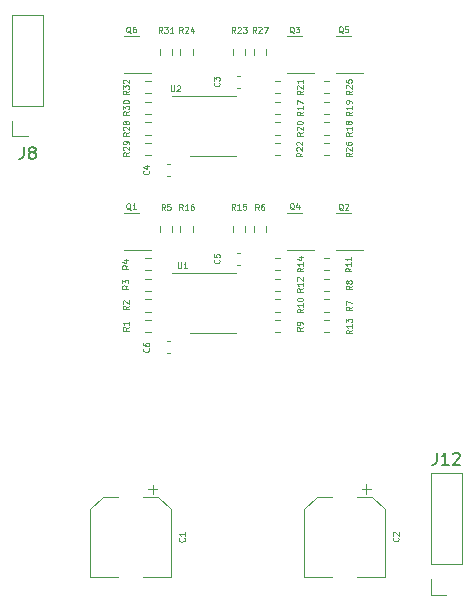
<source format=gbr>
%TF.GenerationSoftware,KiCad,Pcbnew,7.0.10*%
%TF.CreationDate,2024-03-07T23:06:27-06:00*%
%TF.ProjectId,Dual_VCA,4475616c-5f56-4434-912e-6b696361645f,rev?*%
%TF.SameCoordinates,Original*%
%TF.FileFunction,Legend,Top*%
%TF.FilePolarity,Positive*%
%FSLAX46Y46*%
G04 Gerber Fmt 4.6, Leading zero omitted, Abs format (unit mm)*
G04 Created by KiCad (PCBNEW 7.0.10) date 2024-03-07 23:06:27*
%MOMM*%
%LPD*%
G01*
G04 APERTURE LIST*
%ADD10C,0.125000*%
%ADD11C,0.150000*%
%ADD12C,0.120000*%
G04 APERTURE END LIST*
D10*
X133256130Y-121492428D02*
X133208511Y-121468619D01*
X133208511Y-121468619D02*
X133160892Y-121421000D01*
X133160892Y-121421000D02*
X133089464Y-121349571D01*
X133089464Y-121349571D02*
X133041845Y-121325761D01*
X133041845Y-121325761D02*
X132994226Y-121325761D01*
X133018035Y-121444809D02*
X132970416Y-121421000D01*
X132970416Y-121421000D02*
X132922797Y-121373380D01*
X132922797Y-121373380D02*
X132898988Y-121278142D01*
X132898988Y-121278142D02*
X132898988Y-121111476D01*
X132898988Y-121111476D02*
X132922797Y-121016238D01*
X132922797Y-121016238D02*
X132970416Y-120968619D01*
X132970416Y-120968619D02*
X133018035Y-120944809D01*
X133018035Y-120944809D02*
X133113273Y-120944809D01*
X133113273Y-120944809D02*
X133160892Y-120968619D01*
X133160892Y-120968619D02*
X133208511Y-121016238D01*
X133208511Y-121016238D02*
X133232321Y-121111476D01*
X133232321Y-121111476D02*
X133232321Y-121278142D01*
X133232321Y-121278142D02*
X133208511Y-121373380D01*
X133208511Y-121373380D02*
X133160892Y-121421000D01*
X133160892Y-121421000D02*
X133113273Y-121444809D01*
X133113273Y-121444809D02*
X133018035Y-121444809D01*
X133422798Y-120992428D02*
X133446607Y-120968619D01*
X133446607Y-120968619D02*
X133494226Y-120944809D01*
X133494226Y-120944809D02*
X133613274Y-120944809D01*
X133613274Y-120944809D02*
X133660893Y-120968619D01*
X133660893Y-120968619D02*
X133684702Y-120992428D01*
X133684702Y-120992428D02*
X133708512Y-121040047D01*
X133708512Y-121040047D02*
X133708512Y-121087666D01*
X133708512Y-121087666D02*
X133684702Y-121159095D01*
X133684702Y-121159095D02*
X133398988Y-121444809D01*
X133398988Y-121444809D02*
X133708512Y-121444809D01*
X129106130Y-121430428D02*
X129058511Y-121406619D01*
X129058511Y-121406619D02*
X129010892Y-121359000D01*
X129010892Y-121359000D02*
X128939464Y-121287571D01*
X128939464Y-121287571D02*
X128891845Y-121263761D01*
X128891845Y-121263761D02*
X128844226Y-121263761D01*
X128868035Y-121382809D02*
X128820416Y-121359000D01*
X128820416Y-121359000D02*
X128772797Y-121311380D01*
X128772797Y-121311380D02*
X128748988Y-121216142D01*
X128748988Y-121216142D02*
X128748988Y-121049476D01*
X128748988Y-121049476D02*
X128772797Y-120954238D01*
X128772797Y-120954238D02*
X128820416Y-120906619D01*
X128820416Y-120906619D02*
X128868035Y-120882809D01*
X128868035Y-120882809D02*
X128963273Y-120882809D01*
X128963273Y-120882809D02*
X129010892Y-120906619D01*
X129010892Y-120906619D02*
X129058511Y-120954238D01*
X129058511Y-120954238D02*
X129082321Y-121049476D01*
X129082321Y-121049476D02*
X129082321Y-121216142D01*
X129082321Y-121216142D02*
X129058511Y-121311380D01*
X129058511Y-121311380D02*
X129010892Y-121359000D01*
X129010892Y-121359000D02*
X128963273Y-121382809D01*
X128963273Y-121382809D02*
X128868035Y-121382809D01*
X129510893Y-121049476D02*
X129510893Y-121382809D01*
X129391845Y-120859000D02*
X129272798Y-121216142D01*
X129272798Y-121216142D02*
X129582321Y-121216142D01*
X115274880Y-121472428D02*
X115227261Y-121448619D01*
X115227261Y-121448619D02*
X115179642Y-121401000D01*
X115179642Y-121401000D02*
X115108214Y-121329571D01*
X115108214Y-121329571D02*
X115060595Y-121305761D01*
X115060595Y-121305761D02*
X115012976Y-121305761D01*
X115036785Y-121424809D02*
X114989166Y-121401000D01*
X114989166Y-121401000D02*
X114941547Y-121353380D01*
X114941547Y-121353380D02*
X114917738Y-121258142D01*
X114917738Y-121258142D02*
X114917738Y-121091476D01*
X114917738Y-121091476D02*
X114941547Y-120996238D01*
X114941547Y-120996238D02*
X114989166Y-120948619D01*
X114989166Y-120948619D02*
X115036785Y-120924809D01*
X115036785Y-120924809D02*
X115132023Y-120924809D01*
X115132023Y-120924809D02*
X115179642Y-120948619D01*
X115179642Y-120948619D02*
X115227261Y-120996238D01*
X115227261Y-120996238D02*
X115251071Y-121091476D01*
X115251071Y-121091476D02*
X115251071Y-121258142D01*
X115251071Y-121258142D02*
X115227261Y-121353380D01*
X115227261Y-121353380D02*
X115179642Y-121401000D01*
X115179642Y-121401000D02*
X115132023Y-121424809D01*
X115132023Y-121424809D02*
X115036785Y-121424809D01*
X115727262Y-121424809D02*
X115441548Y-121424809D01*
X115584405Y-121424809D02*
X115584405Y-120924809D01*
X115584405Y-120924809D02*
X115536786Y-120996238D01*
X115536786Y-120996238D02*
X115489167Y-121043857D01*
X115489167Y-121043857D02*
X115441548Y-121067666D01*
X115272380Y-106502428D02*
X115224761Y-106478619D01*
X115224761Y-106478619D02*
X115177142Y-106431000D01*
X115177142Y-106431000D02*
X115105714Y-106359571D01*
X115105714Y-106359571D02*
X115058095Y-106335761D01*
X115058095Y-106335761D02*
X115010476Y-106335761D01*
X115034285Y-106454809D02*
X114986666Y-106431000D01*
X114986666Y-106431000D02*
X114939047Y-106383380D01*
X114939047Y-106383380D02*
X114915238Y-106288142D01*
X114915238Y-106288142D02*
X114915238Y-106121476D01*
X114915238Y-106121476D02*
X114939047Y-106026238D01*
X114939047Y-106026238D02*
X114986666Y-105978619D01*
X114986666Y-105978619D02*
X115034285Y-105954809D01*
X115034285Y-105954809D02*
X115129523Y-105954809D01*
X115129523Y-105954809D02*
X115177142Y-105978619D01*
X115177142Y-105978619D02*
X115224761Y-106026238D01*
X115224761Y-106026238D02*
X115248571Y-106121476D01*
X115248571Y-106121476D02*
X115248571Y-106288142D01*
X115248571Y-106288142D02*
X115224761Y-106383380D01*
X115224761Y-106383380D02*
X115177142Y-106431000D01*
X115177142Y-106431000D02*
X115129523Y-106454809D01*
X115129523Y-106454809D02*
X115034285Y-106454809D01*
X115677143Y-105954809D02*
X115581905Y-105954809D01*
X115581905Y-105954809D02*
X115534286Y-105978619D01*
X115534286Y-105978619D02*
X115510476Y-106002428D01*
X115510476Y-106002428D02*
X115462857Y-106073857D01*
X115462857Y-106073857D02*
X115439048Y-106169095D01*
X115439048Y-106169095D02*
X115439048Y-106359571D01*
X115439048Y-106359571D02*
X115462857Y-106407190D01*
X115462857Y-106407190D02*
X115486667Y-106431000D01*
X115486667Y-106431000D02*
X115534286Y-106454809D01*
X115534286Y-106454809D02*
X115629524Y-106454809D01*
X115629524Y-106454809D02*
X115677143Y-106431000D01*
X115677143Y-106431000D02*
X115700952Y-106407190D01*
X115700952Y-106407190D02*
X115724762Y-106359571D01*
X115724762Y-106359571D02*
X115724762Y-106240523D01*
X115724762Y-106240523D02*
X115700952Y-106192904D01*
X115700952Y-106192904D02*
X115677143Y-106169095D01*
X115677143Y-106169095D02*
X115629524Y-106145285D01*
X115629524Y-106145285D02*
X115534286Y-106145285D01*
X115534286Y-106145285D02*
X115486667Y-106169095D01*
X115486667Y-106169095D02*
X115462857Y-106192904D01*
X115462857Y-106192904D02*
X115439048Y-106240523D01*
X133252380Y-106492428D02*
X133204761Y-106468619D01*
X133204761Y-106468619D02*
X133157142Y-106421000D01*
X133157142Y-106421000D02*
X133085714Y-106349571D01*
X133085714Y-106349571D02*
X133038095Y-106325761D01*
X133038095Y-106325761D02*
X132990476Y-106325761D01*
X133014285Y-106444809D02*
X132966666Y-106421000D01*
X132966666Y-106421000D02*
X132919047Y-106373380D01*
X132919047Y-106373380D02*
X132895238Y-106278142D01*
X132895238Y-106278142D02*
X132895238Y-106111476D01*
X132895238Y-106111476D02*
X132919047Y-106016238D01*
X132919047Y-106016238D02*
X132966666Y-105968619D01*
X132966666Y-105968619D02*
X133014285Y-105944809D01*
X133014285Y-105944809D02*
X133109523Y-105944809D01*
X133109523Y-105944809D02*
X133157142Y-105968619D01*
X133157142Y-105968619D02*
X133204761Y-106016238D01*
X133204761Y-106016238D02*
X133228571Y-106111476D01*
X133228571Y-106111476D02*
X133228571Y-106278142D01*
X133228571Y-106278142D02*
X133204761Y-106373380D01*
X133204761Y-106373380D02*
X133157142Y-106421000D01*
X133157142Y-106421000D02*
X133109523Y-106444809D01*
X133109523Y-106444809D02*
X133014285Y-106444809D01*
X133680952Y-105944809D02*
X133442857Y-105944809D01*
X133442857Y-105944809D02*
X133419048Y-106182904D01*
X133419048Y-106182904D02*
X133442857Y-106159095D01*
X133442857Y-106159095D02*
X133490476Y-106135285D01*
X133490476Y-106135285D02*
X133609524Y-106135285D01*
X133609524Y-106135285D02*
X133657143Y-106159095D01*
X133657143Y-106159095D02*
X133680952Y-106182904D01*
X133680952Y-106182904D02*
X133704762Y-106230523D01*
X133704762Y-106230523D02*
X133704762Y-106349571D01*
X133704762Y-106349571D02*
X133680952Y-106397190D01*
X133680952Y-106397190D02*
X133657143Y-106421000D01*
X133657143Y-106421000D02*
X133609524Y-106444809D01*
X133609524Y-106444809D02*
X133490476Y-106444809D01*
X133490476Y-106444809D02*
X133442857Y-106421000D01*
X133442857Y-106421000D02*
X133419048Y-106397190D01*
X129099880Y-106502428D02*
X129052261Y-106478619D01*
X129052261Y-106478619D02*
X129004642Y-106431000D01*
X129004642Y-106431000D02*
X128933214Y-106359571D01*
X128933214Y-106359571D02*
X128885595Y-106335761D01*
X128885595Y-106335761D02*
X128837976Y-106335761D01*
X128861785Y-106454809D02*
X128814166Y-106431000D01*
X128814166Y-106431000D02*
X128766547Y-106383380D01*
X128766547Y-106383380D02*
X128742738Y-106288142D01*
X128742738Y-106288142D02*
X128742738Y-106121476D01*
X128742738Y-106121476D02*
X128766547Y-106026238D01*
X128766547Y-106026238D02*
X128814166Y-105978619D01*
X128814166Y-105978619D02*
X128861785Y-105954809D01*
X128861785Y-105954809D02*
X128957023Y-105954809D01*
X128957023Y-105954809D02*
X129004642Y-105978619D01*
X129004642Y-105978619D02*
X129052261Y-106026238D01*
X129052261Y-106026238D02*
X129076071Y-106121476D01*
X129076071Y-106121476D02*
X129076071Y-106288142D01*
X129076071Y-106288142D02*
X129052261Y-106383380D01*
X129052261Y-106383380D02*
X129004642Y-106431000D01*
X129004642Y-106431000D02*
X128957023Y-106454809D01*
X128957023Y-106454809D02*
X128861785Y-106454809D01*
X129242738Y-105954809D02*
X129552262Y-105954809D01*
X129552262Y-105954809D02*
X129385595Y-106145285D01*
X129385595Y-106145285D02*
X129457024Y-106145285D01*
X129457024Y-106145285D02*
X129504643Y-106169095D01*
X129504643Y-106169095D02*
X129528452Y-106192904D01*
X129528452Y-106192904D02*
X129552262Y-106240523D01*
X129552262Y-106240523D02*
X129552262Y-106359571D01*
X129552262Y-106359571D02*
X129528452Y-106407190D01*
X129528452Y-106407190D02*
X129504643Y-106431000D01*
X129504643Y-106431000D02*
X129457024Y-106454809D01*
X129457024Y-106454809D02*
X129314167Y-106454809D01*
X129314167Y-106454809D02*
X129266548Y-106431000D01*
X129266548Y-106431000D02*
X129242738Y-106407190D01*
X133984809Y-113151428D02*
X133746714Y-113318094D01*
X133984809Y-113437142D02*
X133484809Y-113437142D01*
X133484809Y-113437142D02*
X133484809Y-113246666D01*
X133484809Y-113246666D02*
X133508619Y-113199047D01*
X133508619Y-113199047D02*
X133532428Y-113175237D01*
X133532428Y-113175237D02*
X133580047Y-113151428D01*
X133580047Y-113151428D02*
X133651476Y-113151428D01*
X133651476Y-113151428D02*
X133699095Y-113175237D01*
X133699095Y-113175237D02*
X133722904Y-113199047D01*
X133722904Y-113199047D02*
X133746714Y-113246666D01*
X133746714Y-113246666D02*
X133746714Y-113437142D01*
X133984809Y-112675237D02*
X133984809Y-112960951D01*
X133984809Y-112818094D02*
X133484809Y-112818094D01*
X133484809Y-112818094D02*
X133556238Y-112865713D01*
X133556238Y-112865713D02*
X133603857Y-112913332D01*
X133603857Y-112913332D02*
X133627666Y-112960951D01*
X133984809Y-112437142D02*
X133984809Y-112341904D01*
X133984809Y-112341904D02*
X133961000Y-112294285D01*
X133961000Y-112294285D02*
X133937190Y-112270476D01*
X133937190Y-112270476D02*
X133865761Y-112222857D01*
X133865761Y-112222857D02*
X133770523Y-112199047D01*
X133770523Y-112199047D02*
X133580047Y-112199047D01*
X133580047Y-112199047D02*
X133532428Y-112222857D01*
X133532428Y-112222857D02*
X133508619Y-112246666D01*
X133508619Y-112246666D02*
X133484809Y-112294285D01*
X133484809Y-112294285D02*
X133484809Y-112389523D01*
X133484809Y-112389523D02*
X133508619Y-112437142D01*
X133508619Y-112437142D02*
X133532428Y-112460952D01*
X133532428Y-112460952D02*
X133580047Y-112484761D01*
X133580047Y-112484761D02*
X133699095Y-112484761D01*
X133699095Y-112484761D02*
X133746714Y-112460952D01*
X133746714Y-112460952D02*
X133770523Y-112437142D01*
X133770523Y-112437142D02*
X133794333Y-112389523D01*
X133794333Y-112389523D02*
X133794333Y-112294285D01*
X133794333Y-112294285D02*
X133770523Y-112246666D01*
X133770523Y-112246666D02*
X133746714Y-112222857D01*
X133746714Y-112222857D02*
X133699095Y-112199047D01*
X118679047Y-110929809D02*
X118679047Y-111334571D01*
X118679047Y-111334571D02*
X118702857Y-111382190D01*
X118702857Y-111382190D02*
X118726666Y-111406000D01*
X118726666Y-111406000D02*
X118774285Y-111429809D01*
X118774285Y-111429809D02*
X118869523Y-111429809D01*
X118869523Y-111429809D02*
X118917142Y-111406000D01*
X118917142Y-111406000D02*
X118940952Y-111382190D01*
X118940952Y-111382190D02*
X118964761Y-111334571D01*
X118964761Y-111334571D02*
X118964761Y-110929809D01*
X119179048Y-110977428D02*
X119202857Y-110953619D01*
X119202857Y-110953619D02*
X119250476Y-110929809D01*
X119250476Y-110929809D02*
X119369524Y-110929809D01*
X119369524Y-110929809D02*
X119417143Y-110953619D01*
X119417143Y-110953619D02*
X119440952Y-110977428D01*
X119440952Y-110977428D02*
X119464762Y-111025047D01*
X119464762Y-111025047D02*
X119464762Y-111072666D01*
X119464762Y-111072666D02*
X119440952Y-111144095D01*
X119440952Y-111144095D02*
X119155238Y-111429809D01*
X119155238Y-111429809D02*
X119464762Y-111429809D01*
X115103559Y-129608333D02*
X114865464Y-129774999D01*
X115103559Y-129894047D02*
X114603559Y-129894047D01*
X114603559Y-129894047D02*
X114603559Y-129703571D01*
X114603559Y-129703571D02*
X114627369Y-129655952D01*
X114627369Y-129655952D02*
X114651178Y-129632142D01*
X114651178Y-129632142D02*
X114698797Y-129608333D01*
X114698797Y-129608333D02*
X114770226Y-129608333D01*
X114770226Y-129608333D02*
X114817845Y-129632142D01*
X114817845Y-129632142D02*
X114841654Y-129655952D01*
X114841654Y-129655952D02*
X114865464Y-129703571D01*
X114865464Y-129703571D02*
X114865464Y-129894047D01*
X114651178Y-129417856D02*
X114627369Y-129394047D01*
X114627369Y-129394047D02*
X114603559Y-129346428D01*
X114603559Y-129346428D02*
X114603559Y-129227380D01*
X114603559Y-129227380D02*
X114627369Y-129179761D01*
X114627369Y-129179761D02*
X114651178Y-129155952D01*
X114651178Y-129155952D02*
X114698797Y-129132142D01*
X114698797Y-129132142D02*
X114746416Y-129132142D01*
X114746416Y-129132142D02*
X114817845Y-129155952D01*
X114817845Y-129155952D02*
X115103559Y-129441666D01*
X115103559Y-129441666D02*
X115103559Y-129132142D01*
X129834809Y-111401428D02*
X129596714Y-111568094D01*
X129834809Y-111687142D02*
X129334809Y-111687142D01*
X129334809Y-111687142D02*
X129334809Y-111496666D01*
X129334809Y-111496666D02*
X129358619Y-111449047D01*
X129358619Y-111449047D02*
X129382428Y-111425237D01*
X129382428Y-111425237D02*
X129430047Y-111401428D01*
X129430047Y-111401428D02*
X129501476Y-111401428D01*
X129501476Y-111401428D02*
X129549095Y-111425237D01*
X129549095Y-111425237D02*
X129572904Y-111449047D01*
X129572904Y-111449047D02*
X129596714Y-111496666D01*
X129596714Y-111496666D02*
X129596714Y-111687142D01*
X129382428Y-111210951D02*
X129358619Y-111187142D01*
X129358619Y-111187142D02*
X129334809Y-111139523D01*
X129334809Y-111139523D02*
X129334809Y-111020475D01*
X129334809Y-111020475D02*
X129358619Y-110972856D01*
X129358619Y-110972856D02*
X129382428Y-110949047D01*
X129382428Y-110949047D02*
X129430047Y-110925237D01*
X129430047Y-110925237D02*
X129477666Y-110925237D01*
X129477666Y-110925237D02*
X129549095Y-110949047D01*
X129549095Y-110949047D02*
X129834809Y-111234761D01*
X129834809Y-111234761D02*
X129834809Y-110925237D01*
X129834809Y-110449047D02*
X129834809Y-110734761D01*
X129834809Y-110591904D02*
X129334809Y-110591904D01*
X129334809Y-110591904D02*
X129406238Y-110639523D01*
X129406238Y-110639523D02*
X129453857Y-110687142D01*
X129453857Y-110687142D02*
X129477666Y-110734761D01*
X122767190Y-125693333D02*
X122791000Y-125717142D01*
X122791000Y-125717142D02*
X122814809Y-125788571D01*
X122814809Y-125788571D02*
X122814809Y-125836190D01*
X122814809Y-125836190D02*
X122791000Y-125907618D01*
X122791000Y-125907618D02*
X122743380Y-125955237D01*
X122743380Y-125955237D02*
X122695761Y-125979047D01*
X122695761Y-125979047D02*
X122600523Y-126002856D01*
X122600523Y-126002856D02*
X122529095Y-126002856D01*
X122529095Y-126002856D02*
X122433857Y-125979047D01*
X122433857Y-125979047D02*
X122386238Y-125955237D01*
X122386238Y-125955237D02*
X122338619Y-125907618D01*
X122338619Y-125907618D02*
X122314809Y-125836190D01*
X122314809Y-125836190D02*
X122314809Y-125788571D01*
X122314809Y-125788571D02*
X122338619Y-125717142D01*
X122338619Y-125717142D02*
X122362428Y-125693333D01*
X122314809Y-125240952D02*
X122314809Y-125479047D01*
X122314809Y-125479047D02*
X122552904Y-125502856D01*
X122552904Y-125502856D02*
X122529095Y-125479047D01*
X122529095Y-125479047D02*
X122505285Y-125431428D01*
X122505285Y-125431428D02*
X122505285Y-125312380D01*
X122505285Y-125312380D02*
X122529095Y-125264761D01*
X122529095Y-125264761D02*
X122552904Y-125240952D01*
X122552904Y-125240952D02*
X122600523Y-125217142D01*
X122600523Y-125217142D02*
X122719571Y-125217142D01*
X122719571Y-125217142D02*
X122767190Y-125240952D01*
X122767190Y-125240952D02*
X122791000Y-125264761D01*
X122791000Y-125264761D02*
X122814809Y-125312380D01*
X122814809Y-125312380D02*
X122814809Y-125431428D01*
X122814809Y-125431428D02*
X122791000Y-125479047D01*
X122791000Y-125479047D02*
X122767190Y-125502856D01*
X134003559Y-131646428D02*
X133765464Y-131813094D01*
X134003559Y-131932142D02*
X133503559Y-131932142D01*
X133503559Y-131932142D02*
X133503559Y-131741666D01*
X133503559Y-131741666D02*
X133527369Y-131694047D01*
X133527369Y-131694047D02*
X133551178Y-131670237D01*
X133551178Y-131670237D02*
X133598797Y-131646428D01*
X133598797Y-131646428D02*
X133670226Y-131646428D01*
X133670226Y-131646428D02*
X133717845Y-131670237D01*
X133717845Y-131670237D02*
X133741654Y-131694047D01*
X133741654Y-131694047D02*
X133765464Y-131741666D01*
X133765464Y-131741666D02*
X133765464Y-131932142D01*
X134003559Y-131170237D02*
X134003559Y-131455951D01*
X134003559Y-131313094D02*
X133503559Y-131313094D01*
X133503559Y-131313094D02*
X133574988Y-131360713D01*
X133574988Y-131360713D02*
X133622607Y-131408332D01*
X133622607Y-131408332D02*
X133646416Y-131455951D01*
X133503559Y-131003571D02*
X133503559Y-130694047D01*
X133503559Y-130694047D02*
X133694035Y-130860714D01*
X133694035Y-130860714D02*
X133694035Y-130789285D01*
X133694035Y-130789285D02*
X133717845Y-130741666D01*
X133717845Y-130741666D02*
X133741654Y-130717857D01*
X133741654Y-130717857D02*
X133789273Y-130694047D01*
X133789273Y-130694047D02*
X133908321Y-130694047D01*
X133908321Y-130694047D02*
X133955940Y-130717857D01*
X133955940Y-130717857D02*
X133979750Y-130741666D01*
X133979750Y-130741666D02*
X134003559Y-130789285D01*
X134003559Y-130789285D02*
X134003559Y-130932142D01*
X134003559Y-130932142D02*
X133979750Y-130979761D01*
X133979750Y-130979761D02*
X133955940Y-131003571D01*
X129853559Y-128121428D02*
X129615464Y-128288094D01*
X129853559Y-128407142D02*
X129353559Y-128407142D01*
X129353559Y-128407142D02*
X129353559Y-128216666D01*
X129353559Y-128216666D02*
X129377369Y-128169047D01*
X129377369Y-128169047D02*
X129401178Y-128145237D01*
X129401178Y-128145237D02*
X129448797Y-128121428D01*
X129448797Y-128121428D02*
X129520226Y-128121428D01*
X129520226Y-128121428D02*
X129567845Y-128145237D01*
X129567845Y-128145237D02*
X129591654Y-128169047D01*
X129591654Y-128169047D02*
X129615464Y-128216666D01*
X129615464Y-128216666D02*
X129615464Y-128407142D01*
X129853559Y-127645237D02*
X129853559Y-127930951D01*
X129853559Y-127788094D02*
X129353559Y-127788094D01*
X129353559Y-127788094D02*
X129424988Y-127835713D01*
X129424988Y-127835713D02*
X129472607Y-127883332D01*
X129472607Y-127883332D02*
X129496416Y-127930951D01*
X129401178Y-127454761D02*
X129377369Y-127430952D01*
X129377369Y-127430952D02*
X129353559Y-127383333D01*
X129353559Y-127383333D02*
X129353559Y-127264285D01*
X129353559Y-127264285D02*
X129377369Y-127216666D01*
X129377369Y-127216666D02*
X129401178Y-127192857D01*
X129401178Y-127192857D02*
X129448797Y-127169047D01*
X129448797Y-127169047D02*
X129496416Y-127169047D01*
X129496416Y-127169047D02*
X129567845Y-127192857D01*
X129567845Y-127192857D02*
X129853559Y-127478571D01*
X129853559Y-127478571D02*
X129853559Y-127169047D01*
X134003559Y-127908333D02*
X133765464Y-128074999D01*
X134003559Y-128194047D02*
X133503559Y-128194047D01*
X133503559Y-128194047D02*
X133503559Y-128003571D01*
X133503559Y-128003571D02*
X133527369Y-127955952D01*
X133527369Y-127955952D02*
X133551178Y-127932142D01*
X133551178Y-127932142D02*
X133598797Y-127908333D01*
X133598797Y-127908333D02*
X133670226Y-127908333D01*
X133670226Y-127908333D02*
X133717845Y-127932142D01*
X133717845Y-127932142D02*
X133741654Y-127955952D01*
X133741654Y-127955952D02*
X133765464Y-128003571D01*
X133765464Y-128003571D02*
X133765464Y-128194047D01*
X133717845Y-127622618D02*
X133694035Y-127670237D01*
X133694035Y-127670237D02*
X133670226Y-127694047D01*
X133670226Y-127694047D02*
X133622607Y-127717856D01*
X133622607Y-127717856D02*
X133598797Y-127717856D01*
X133598797Y-127717856D02*
X133551178Y-127694047D01*
X133551178Y-127694047D02*
X133527369Y-127670237D01*
X133527369Y-127670237D02*
X133503559Y-127622618D01*
X133503559Y-127622618D02*
X133503559Y-127527380D01*
X133503559Y-127527380D02*
X133527369Y-127479761D01*
X133527369Y-127479761D02*
X133551178Y-127455952D01*
X133551178Y-127455952D02*
X133598797Y-127432142D01*
X133598797Y-127432142D02*
X133622607Y-127432142D01*
X133622607Y-127432142D02*
X133670226Y-127455952D01*
X133670226Y-127455952D02*
X133694035Y-127479761D01*
X133694035Y-127479761D02*
X133717845Y-127527380D01*
X133717845Y-127527380D02*
X133717845Y-127622618D01*
X133717845Y-127622618D02*
X133741654Y-127670237D01*
X133741654Y-127670237D02*
X133765464Y-127694047D01*
X133765464Y-127694047D02*
X133813083Y-127717856D01*
X133813083Y-127717856D02*
X133908321Y-127717856D01*
X133908321Y-127717856D02*
X133955940Y-127694047D01*
X133955940Y-127694047D02*
X133979750Y-127670237D01*
X133979750Y-127670237D02*
X134003559Y-127622618D01*
X134003559Y-127622618D02*
X134003559Y-127527380D01*
X134003559Y-127527380D02*
X133979750Y-127479761D01*
X133979750Y-127479761D02*
X133955940Y-127455952D01*
X133955940Y-127455952D02*
X133908321Y-127432142D01*
X133908321Y-127432142D02*
X133813083Y-127432142D01*
X133813083Y-127432142D02*
X133765464Y-127455952D01*
X133765464Y-127455952D02*
X133741654Y-127479761D01*
X133741654Y-127479761D02*
X133717845Y-127527380D01*
X115134809Y-114901428D02*
X114896714Y-115068094D01*
X115134809Y-115187142D02*
X114634809Y-115187142D01*
X114634809Y-115187142D02*
X114634809Y-114996666D01*
X114634809Y-114996666D02*
X114658619Y-114949047D01*
X114658619Y-114949047D02*
X114682428Y-114925237D01*
X114682428Y-114925237D02*
X114730047Y-114901428D01*
X114730047Y-114901428D02*
X114801476Y-114901428D01*
X114801476Y-114901428D02*
X114849095Y-114925237D01*
X114849095Y-114925237D02*
X114872904Y-114949047D01*
X114872904Y-114949047D02*
X114896714Y-114996666D01*
X114896714Y-114996666D02*
X114896714Y-115187142D01*
X114682428Y-114710951D02*
X114658619Y-114687142D01*
X114658619Y-114687142D02*
X114634809Y-114639523D01*
X114634809Y-114639523D02*
X114634809Y-114520475D01*
X114634809Y-114520475D02*
X114658619Y-114472856D01*
X114658619Y-114472856D02*
X114682428Y-114449047D01*
X114682428Y-114449047D02*
X114730047Y-114425237D01*
X114730047Y-114425237D02*
X114777666Y-114425237D01*
X114777666Y-114425237D02*
X114849095Y-114449047D01*
X114849095Y-114449047D02*
X115134809Y-114734761D01*
X115134809Y-114734761D02*
X115134809Y-114425237D01*
X114849095Y-114139523D02*
X114825285Y-114187142D01*
X114825285Y-114187142D02*
X114801476Y-114210952D01*
X114801476Y-114210952D02*
X114753857Y-114234761D01*
X114753857Y-114234761D02*
X114730047Y-114234761D01*
X114730047Y-114234761D02*
X114682428Y-114210952D01*
X114682428Y-114210952D02*
X114658619Y-114187142D01*
X114658619Y-114187142D02*
X114634809Y-114139523D01*
X114634809Y-114139523D02*
X114634809Y-114044285D01*
X114634809Y-114044285D02*
X114658619Y-113996666D01*
X114658619Y-113996666D02*
X114682428Y-113972857D01*
X114682428Y-113972857D02*
X114730047Y-113949047D01*
X114730047Y-113949047D02*
X114753857Y-113949047D01*
X114753857Y-113949047D02*
X114801476Y-113972857D01*
X114801476Y-113972857D02*
X114825285Y-113996666D01*
X114825285Y-113996666D02*
X114849095Y-114044285D01*
X114849095Y-114044285D02*
X114849095Y-114139523D01*
X114849095Y-114139523D02*
X114872904Y-114187142D01*
X114872904Y-114187142D02*
X114896714Y-114210952D01*
X114896714Y-114210952D02*
X114944333Y-114234761D01*
X114944333Y-114234761D02*
X115039571Y-114234761D01*
X115039571Y-114234761D02*
X115087190Y-114210952D01*
X115087190Y-114210952D02*
X115111000Y-114187142D01*
X115111000Y-114187142D02*
X115134809Y-114139523D01*
X115134809Y-114139523D02*
X115134809Y-114044285D01*
X115134809Y-114044285D02*
X115111000Y-113996666D01*
X115111000Y-113996666D02*
X115087190Y-113972857D01*
X115087190Y-113972857D02*
X115039571Y-113949047D01*
X115039571Y-113949047D02*
X114944333Y-113949047D01*
X114944333Y-113949047D02*
X114896714Y-113972857D01*
X114896714Y-113972857D02*
X114872904Y-113996666D01*
X114872904Y-113996666D02*
X114849095Y-114044285D01*
X124113571Y-121454809D02*
X123946905Y-121216714D01*
X123827857Y-121454809D02*
X123827857Y-120954809D01*
X123827857Y-120954809D02*
X124018333Y-120954809D01*
X124018333Y-120954809D02*
X124065952Y-120978619D01*
X124065952Y-120978619D02*
X124089762Y-121002428D01*
X124089762Y-121002428D02*
X124113571Y-121050047D01*
X124113571Y-121050047D02*
X124113571Y-121121476D01*
X124113571Y-121121476D02*
X124089762Y-121169095D01*
X124089762Y-121169095D02*
X124065952Y-121192904D01*
X124065952Y-121192904D02*
X124018333Y-121216714D01*
X124018333Y-121216714D02*
X123827857Y-121216714D01*
X124589762Y-121454809D02*
X124304048Y-121454809D01*
X124446905Y-121454809D02*
X124446905Y-120954809D01*
X124446905Y-120954809D02*
X124399286Y-121026238D01*
X124399286Y-121026238D02*
X124351667Y-121073857D01*
X124351667Y-121073857D02*
X124304048Y-121097666D01*
X125042142Y-120954809D02*
X124804047Y-120954809D01*
X124804047Y-120954809D02*
X124780238Y-121192904D01*
X124780238Y-121192904D02*
X124804047Y-121169095D01*
X124804047Y-121169095D02*
X124851666Y-121145285D01*
X124851666Y-121145285D02*
X124970714Y-121145285D01*
X124970714Y-121145285D02*
X125018333Y-121169095D01*
X125018333Y-121169095D02*
X125042142Y-121192904D01*
X125042142Y-121192904D02*
X125065952Y-121240523D01*
X125065952Y-121240523D02*
X125065952Y-121359571D01*
X125065952Y-121359571D02*
X125042142Y-121407190D01*
X125042142Y-121407190D02*
X125018333Y-121431000D01*
X125018333Y-121431000D02*
X124970714Y-121454809D01*
X124970714Y-121454809D02*
X124851666Y-121454809D01*
X124851666Y-121454809D02*
X124804047Y-121431000D01*
X124804047Y-121431000D02*
X124780238Y-121407190D01*
X118176666Y-121474809D02*
X118010000Y-121236714D01*
X117890952Y-121474809D02*
X117890952Y-120974809D01*
X117890952Y-120974809D02*
X118081428Y-120974809D01*
X118081428Y-120974809D02*
X118129047Y-120998619D01*
X118129047Y-120998619D02*
X118152857Y-121022428D01*
X118152857Y-121022428D02*
X118176666Y-121070047D01*
X118176666Y-121070047D02*
X118176666Y-121141476D01*
X118176666Y-121141476D02*
X118152857Y-121189095D01*
X118152857Y-121189095D02*
X118129047Y-121212904D01*
X118129047Y-121212904D02*
X118081428Y-121236714D01*
X118081428Y-121236714D02*
X117890952Y-121236714D01*
X118629047Y-120974809D02*
X118390952Y-120974809D01*
X118390952Y-120974809D02*
X118367143Y-121212904D01*
X118367143Y-121212904D02*
X118390952Y-121189095D01*
X118390952Y-121189095D02*
X118438571Y-121165285D01*
X118438571Y-121165285D02*
X118557619Y-121165285D01*
X118557619Y-121165285D02*
X118605238Y-121189095D01*
X118605238Y-121189095D02*
X118629047Y-121212904D01*
X118629047Y-121212904D02*
X118652857Y-121260523D01*
X118652857Y-121260523D02*
X118652857Y-121379571D01*
X118652857Y-121379571D02*
X118629047Y-121427190D01*
X118629047Y-121427190D02*
X118605238Y-121451000D01*
X118605238Y-121451000D02*
X118557619Y-121474809D01*
X118557619Y-121474809D02*
X118438571Y-121474809D01*
X118438571Y-121474809D02*
X118390952Y-121451000D01*
X118390952Y-121451000D02*
X118367143Y-121427190D01*
X119812190Y-149263333D02*
X119836000Y-149287142D01*
X119836000Y-149287142D02*
X119859809Y-149358571D01*
X119859809Y-149358571D02*
X119859809Y-149406190D01*
X119859809Y-149406190D02*
X119836000Y-149477618D01*
X119836000Y-149477618D02*
X119788380Y-149525237D01*
X119788380Y-149525237D02*
X119740761Y-149549047D01*
X119740761Y-149549047D02*
X119645523Y-149572856D01*
X119645523Y-149572856D02*
X119574095Y-149572856D01*
X119574095Y-149572856D02*
X119478857Y-149549047D01*
X119478857Y-149549047D02*
X119431238Y-149525237D01*
X119431238Y-149525237D02*
X119383619Y-149477618D01*
X119383619Y-149477618D02*
X119359809Y-149406190D01*
X119359809Y-149406190D02*
X119359809Y-149358571D01*
X119359809Y-149358571D02*
X119383619Y-149287142D01*
X119383619Y-149287142D02*
X119407428Y-149263333D01*
X119859809Y-148787142D02*
X119859809Y-149072856D01*
X119859809Y-148929999D02*
X119359809Y-148929999D01*
X119359809Y-148929999D02*
X119431238Y-148977618D01*
X119431238Y-148977618D02*
X119478857Y-149025237D01*
X119478857Y-149025237D02*
X119502666Y-149072856D01*
X137912190Y-149238333D02*
X137936000Y-149262142D01*
X137936000Y-149262142D02*
X137959809Y-149333571D01*
X137959809Y-149333571D02*
X137959809Y-149381190D01*
X137959809Y-149381190D02*
X137936000Y-149452618D01*
X137936000Y-149452618D02*
X137888380Y-149500237D01*
X137888380Y-149500237D02*
X137840761Y-149524047D01*
X137840761Y-149524047D02*
X137745523Y-149547856D01*
X137745523Y-149547856D02*
X137674095Y-149547856D01*
X137674095Y-149547856D02*
X137578857Y-149524047D01*
X137578857Y-149524047D02*
X137531238Y-149500237D01*
X137531238Y-149500237D02*
X137483619Y-149452618D01*
X137483619Y-149452618D02*
X137459809Y-149381190D01*
X137459809Y-149381190D02*
X137459809Y-149333571D01*
X137459809Y-149333571D02*
X137483619Y-149262142D01*
X137483619Y-149262142D02*
X137507428Y-149238333D01*
X137507428Y-149047856D02*
X137483619Y-149024047D01*
X137483619Y-149024047D02*
X137459809Y-148976428D01*
X137459809Y-148976428D02*
X137459809Y-148857380D01*
X137459809Y-148857380D02*
X137483619Y-148809761D01*
X137483619Y-148809761D02*
X137507428Y-148785952D01*
X137507428Y-148785952D02*
X137555047Y-148762142D01*
X137555047Y-148762142D02*
X137602666Y-148762142D01*
X137602666Y-148762142D02*
X137674095Y-148785952D01*
X137674095Y-148785952D02*
X137959809Y-149071666D01*
X137959809Y-149071666D02*
X137959809Y-148762142D01*
X133964809Y-126401428D02*
X133726714Y-126568094D01*
X133964809Y-126687142D02*
X133464809Y-126687142D01*
X133464809Y-126687142D02*
X133464809Y-126496666D01*
X133464809Y-126496666D02*
X133488619Y-126449047D01*
X133488619Y-126449047D02*
X133512428Y-126425237D01*
X133512428Y-126425237D02*
X133560047Y-126401428D01*
X133560047Y-126401428D02*
X133631476Y-126401428D01*
X133631476Y-126401428D02*
X133679095Y-126425237D01*
X133679095Y-126425237D02*
X133702904Y-126449047D01*
X133702904Y-126449047D02*
X133726714Y-126496666D01*
X133726714Y-126496666D02*
X133726714Y-126687142D01*
X133964809Y-125925237D02*
X133964809Y-126210951D01*
X133964809Y-126068094D02*
X133464809Y-126068094D01*
X133464809Y-126068094D02*
X133536238Y-126115713D01*
X133536238Y-126115713D02*
X133583857Y-126163332D01*
X133583857Y-126163332D02*
X133607666Y-126210951D01*
X133964809Y-125449047D02*
X133964809Y-125734761D01*
X133964809Y-125591904D02*
X133464809Y-125591904D01*
X133464809Y-125591904D02*
X133536238Y-125639523D01*
X133536238Y-125639523D02*
X133583857Y-125687142D01*
X133583857Y-125687142D02*
X133607666Y-125734761D01*
X129809809Y-116641428D02*
X129571714Y-116808094D01*
X129809809Y-116927142D02*
X129309809Y-116927142D01*
X129309809Y-116927142D02*
X129309809Y-116736666D01*
X129309809Y-116736666D02*
X129333619Y-116689047D01*
X129333619Y-116689047D02*
X129357428Y-116665237D01*
X129357428Y-116665237D02*
X129405047Y-116641428D01*
X129405047Y-116641428D02*
X129476476Y-116641428D01*
X129476476Y-116641428D02*
X129524095Y-116665237D01*
X129524095Y-116665237D02*
X129547904Y-116689047D01*
X129547904Y-116689047D02*
X129571714Y-116736666D01*
X129571714Y-116736666D02*
X129571714Y-116927142D01*
X129357428Y-116450951D02*
X129333619Y-116427142D01*
X129333619Y-116427142D02*
X129309809Y-116379523D01*
X129309809Y-116379523D02*
X129309809Y-116260475D01*
X129309809Y-116260475D02*
X129333619Y-116212856D01*
X129333619Y-116212856D02*
X129357428Y-116189047D01*
X129357428Y-116189047D02*
X129405047Y-116165237D01*
X129405047Y-116165237D02*
X129452666Y-116165237D01*
X129452666Y-116165237D02*
X129524095Y-116189047D01*
X129524095Y-116189047D02*
X129809809Y-116474761D01*
X129809809Y-116474761D02*
X129809809Y-116165237D01*
X129357428Y-115974761D02*
X129333619Y-115950952D01*
X129333619Y-115950952D02*
X129309809Y-115903333D01*
X129309809Y-115903333D02*
X129309809Y-115784285D01*
X129309809Y-115784285D02*
X129333619Y-115736666D01*
X129333619Y-115736666D02*
X129357428Y-115712857D01*
X129357428Y-115712857D02*
X129405047Y-115689047D01*
X129405047Y-115689047D02*
X129452666Y-115689047D01*
X129452666Y-115689047D02*
X129524095Y-115712857D01*
X129524095Y-115712857D02*
X129809809Y-115998571D01*
X129809809Y-115998571D02*
X129809809Y-115689047D01*
X133984809Y-111376428D02*
X133746714Y-111543094D01*
X133984809Y-111662142D02*
X133484809Y-111662142D01*
X133484809Y-111662142D02*
X133484809Y-111471666D01*
X133484809Y-111471666D02*
X133508619Y-111424047D01*
X133508619Y-111424047D02*
X133532428Y-111400237D01*
X133532428Y-111400237D02*
X133580047Y-111376428D01*
X133580047Y-111376428D02*
X133651476Y-111376428D01*
X133651476Y-111376428D02*
X133699095Y-111400237D01*
X133699095Y-111400237D02*
X133722904Y-111424047D01*
X133722904Y-111424047D02*
X133746714Y-111471666D01*
X133746714Y-111471666D02*
X133746714Y-111662142D01*
X133532428Y-111185951D02*
X133508619Y-111162142D01*
X133508619Y-111162142D02*
X133484809Y-111114523D01*
X133484809Y-111114523D02*
X133484809Y-110995475D01*
X133484809Y-110995475D02*
X133508619Y-110947856D01*
X133508619Y-110947856D02*
X133532428Y-110924047D01*
X133532428Y-110924047D02*
X133580047Y-110900237D01*
X133580047Y-110900237D02*
X133627666Y-110900237D01*
X133627666Y-110900237D02*
X133699095Y-110924047D01*
X133699095Y-110924047D02*
X133984809Y-111209761D01*
X133984809Y-111209761D02*
X133984809Y-110900237D01*
X133484809Y-110447857D02*
X133484809Y-110685952D01*
X133484809Y-110685952D02*
X133722904Y-110709761D01*
X133722904Y-110709761D02*
X133699095Y-110685952D01*
X133699095Y-110685952D02*
X133675285Y-110638333D01*
X133675285Y-110638333D02*
X133675285Y-110519285D01*
X133675285Y-110519285D02*
X133699095Y-110471666D01*
X133699095Y-110471666D02*
X133722904Y-110447857D01*
X133722904Y-110447857D02*
X133770523Y-110424047D01*
X133770523Y-110424047D02*
X133889571Y-110424047D01*
X133889571Y-110424047D02*
X133937190Y-110447857D01*
X133937190Y-110447857D02*
X133961000Y-110471666D01*
X133961000Y-110471666D02*
X133984809Y-110519285D01*
X133984809Y-110519285D02*
X133984809Y-110638333D01*
X133984809Y-110638333D02*
X133961000Y-110685952D01*
X133961000Y-110685952D02*
X133937190Y-110709761D01*
X125894821Y-106479809D02*
X125728155Y-106241714D01*
X125609107Y-106479809D02*
X125609107Y-105979809D01*
X125609107Y-105979809D02*
X125799583Y-105979809D01*
X125799583Y-105979809D02*
X125847202Y-106003619D01*
X125847202Y-106003619D02*
X125871012Y-106027428D01*
X125871012Y-106027428D02*
X125894821Y-106075047D01*
X125894821Y-106075047D02*
X125894821Y-106146476D01*
X125894821Y-106146476D02*
X125871012Y-106194095D01*
X125871012Y-106194095D02*
X125847202Y-106217904D01*
X125847202Y-106217904D02*
X125799583Y-106241714D01*
X125799583Y-106241714D02*
X125609107Y-106241714D01*
X126085298Y-106027428D02*
X126109107Y-106003619D01*
X126109107Y-106003619D02*
X126156726Y-105979809D01*
X126156726Y-105979809D02*
X126275774Y-105979809D01*
X126275774Y-105979809D02*
X126323393Y-106003619D01*
X126323393Y-106003619D02*
X126347202Y-106027428D01*
X126347202Y-106027428D02*
X126371012Y-106075047D01*
X126371012Y-106075047D02*
X126371012Y-106122666D01*
X126371012Y-106122666D02*
X126347202Y-106194095D01*
X126347202Y-106194095D02*
X126061488Y-106479809D01*
X126061488Y-106479809D02*
X126371012Y-106479809D01*
X126537678Y-105979809D02*
X126871011Y-105979809D01*
X126871011Y-105979809D02*
X126656726Y-106479809D01*
X129878559Y-126396428D02*
X129640464Y-126563094D01*
X129878559Y-126682142D02*
X129378559Y-126682142D01*
X129378559Y-126682142D02*
X129378559Y-126491666D01*
X129378559Y-126491666D02*
X129402369Y-126444047D01*
X129402369Y-126444047D02*
X129426178Y-126420237D01*
X129426178Y-126420237D02*
X129473797Y-126396428D01*
X129473797Y-126396428D02*
X129545226Y-126396428D01*
X129545226Y-126396428D02*
X129592845Y-126420237D01*
X129592845Y-126420237D02*
X129616654Y-126444047D01*
X129616654Y-126444047D02*
X129640464Y-126491666D01*
X129640464Y-126491666D02*
X129640464Y-126682142D01*
X129878559Y-125920237D02*
X129878559Y-126205951D01*
X129878559Y-126063094D02*
X129378559Y-126063094D01*
X129378559Y-126063094D02*
X129449988Y-126110713D01*
X129449988Y-126110713D02*
X129497607Y-126158332D01*
X129497607Y-126158332D02*
X129521416Y-126205951D01*
X129545226Y-125491666D02*
X129878559Y-125491666D01*
X129354750Y-125610714D02*
X129711892Y-125729761D01*
X129711892Y-125729761D02*
X129711892Y-125420238D01*
X115078559Y-126158333D02*
X114840464Y-126324999D01*
X115078559Y-126444047D02*
X114578559Y-126444047D01*
X114578559Y-126444047D02*
X114578559Y-126253571D01*
X114578559Y-126253571D02*
X114602369Y-126205952D01*
X114602369Y-126205952D02*
X114626178Y-126182142D01*
X114626178Y-126182142D02*
X114673797Y-126158333D01*
X114673797Y-126158333D02*
X114745226Y-126158333D01*
X114745226Y-126158333D02*
X114792845Y-126182142D01*
X114792845Y-126182142D02*
X114816654Y-126205952D01*
X114816654Y-126205952D02*
X114840464Y-126253571D01*
X114840464Y-126253571D02*
X114840464Y-126444047D01*
X114745226Y-125729761D02*
X115078559Y-125729761D01*
X114554750Y-125848809D02*
X114911892Y-125967856D01*
X114911892Y-125967856D02*
X114911892Y-125658333D01*
X129834809Y-114901428D02*
X129596714Y-115068094D01*
X129834809Y-115187142D02*
X129334809Y-115187142D01*
X129334809Y-115187142D02*
X129334809Y-114996666D01*
X129334809Y-114996666D02*
X129358619Y-114949047D01*
X129358619Y-114949047D02*
X129382428Y-114925237D01*
X129382428Y-114925237D02*
X129430047Y-114901428D01*
X129430047Y-114901428D02*
X129501476Y-114901428D01*
X129501476Y-114901428D02*
X129549095Y-114925237D01*
X129549095Y-114925237D02*
X129572904Y-114949047D01*
X129572904Y-114949047D02*
X129596714Y-114996666D01*
X129596714Y-114996666D02*
X129596714Y-115187142D01*
X129382428Y-114710951D02*
X129358619Y-114687142D01*
X129358619Y-114687142D02*
X129334809Y-114639523D01*
X129334809Y-114639523D02*
X129334809Y-114520475D01*
X129334809Y-114520475D02*
X129358619Y-114472856D01*
X129358619Y-114472856D02*
X129382428Y-114449047D01*
X129382428Y-114449047D02*
X129430047Y-114425237D01*
X129430047Y-114425237D02*
X129477666Y-114425237D01*
X129477666Y-114425237D02*
X129549095Y-114449047D01*
X129549095Y-114449047D02*
X129834809Y-114734761D01*
X129834809Y-114734761D02*
X129834809Y-114425237D01*
X129334809Y-114115714D02*
X129334809Y-114068095D01*
X129334809Y-114068095D02*
X129358619Y-114020476D01*
X129358619Y-114020476D02*
X129382428Y-113996666D01*
X129382428Y-113996666D02*
X129430047Y-113972857D01*
X129430047Y-113972857D02*
X129525285Y-113949047D01*
X129525285Y-113949047D02*
X129644333Y-113949047D01*
X129644333Y-113949047D02*
X129739571Y-113972857D01*
X129739571Y-113972857D02*
X129787190Y-113996666D01*
X129787190Y-113996666D02*
X129811000Y-114020476D01*
X129811000Y-114020476D02*
X129834809Y-114068095D01*
X129834809Y-114068095D02*
X129834809Y-114115714D01*
X129834809Y-114115714D02*
X129811000Y-114163333D01*
X129811000Y-114163333D02*
X129787190Y-114187142D01*
X129787190Y-114187142D02*
X129739571Y-114210952D01*
X129739571Y-114210952D02*
X129644333Y-114234761D01*
X129644333Y-114234761D02*
X129525285Y-114234761D01*
X129525285Y-114234761D02*
X129430047Y-114210952D01*
X129430047Y-114210952D02*
X129382428Y-114187142D01*
X129382428Y-114187142D02*
X129358619Y-114163333D01*
X129358619Y-114163333D02*
X129334809Y-114115714D01*
X117944821Y-106479809D02*
X117778155Y-106241714D01*
X117659107Y-106479809D02*
X117659107Y-105979809D01*
X117659107Y-105979809D02*
X117849583Y-105979809D01*
X117849583Y-105979809D02*
X117897202Y-106003619D01*
X117897202Y-106003619D02*
X117921012Y-106027428D01*
X117921012Y-106027428D02*
X117944821Y-106075047D01*
X117944821Y-106075047D02*
X117944821Y-106146476D01*
X117944821Y-106146476D02*
X117921012Y-106194095D01*
X117921012Y-106194095D02*
X117897202Y-106217904D01*
X117897202Y-106217904D02*
X117849583Y-106241714D01*
X117849583Y-106241714D02*
X117659107Y-106241714D01*
X118111488Y-105979809D02*
X118421012Y-105979809D01*
X118421012Y-105979809D02*
X118254345Y-106170285D01*
X118254345Y-106170285D02*
X118325774Y-106170285D01*
X118325774Y-106170285D02*
X118373393Y-106194095D01*
X118373393Y-106194095D02*
X118397202Y-106217904D01*
X118397202Y-106217904D02*
X118421012Y-106265523D01*
X118421012Y-106265523D02*
X118421012Y-106384571D01*
X118421012Y-106384571D02*
X118397202Y-106432190D01*
X118397202Y-106432190D02*
X118373393Y-106456000D01*
X118373393Y-106456000D02*
X118325774Y-106479809D01*
X118325774Y-106479809D02*
X118182917Y-106479809D01*
X118182917Y-106479809D02*
X118135298Y-106456000D01*
X118135298Y-106456000D02*
X118111488Y-106432190D01*
X118897202Y-106479809D02*
X118611488Y-106479809D01*
X118754345Y-106479809D02*
X118754345Y-105979809D01*
X118754345Y-105979809D02*
X118706726Y-106051238D01*
X118706726Y-106051238D02*
X118659107Y-106098857D01*
X118659107Y-106098857D02*
X118611488Y-106122666D01*
X133984809Y-116651428D02*
X133746714Y-116818094D01*
X133984809Y-116937142D02*
X133484809Y-116937142D01*
X133484809Y-116937142D02*
X133484809Y-116746666D01*
X133484809Y-116746666D02*
X133508619Y-116699047D01*
X133508619Y-116699047D02*
X133532428Y-116675237D01*
X133532428Y-116675237D02*
X133580047Y-116651428D01*
X133580047Y-116651428D02*
X133651476Y-116651428D01*
X133651476Y-116651428D02*
X133699095Y-116675237D01*
X133699095Y-116675237D02*
X133722904Y-116699047D01*
X133722904Y-116699047D02*
X133746714Y-116746666D01*
X133746714Y-116746666D02*
X133746714Y-116937142D01*
X133532428Y-116460951D02*
X133508619Y-116437142D01*
X133508619Y-116437142D02*
X133484809Y-116389523D01*
X133484809Y-116389523D02*
X133484809Y-116270475D01*
X133484809Y-116270475D02*
X133508619Y-116222856D01*
X133508619Y-116222856D02*
X133532428Y-116199047D01*
X133532428Y-116199047D02*
X133580047Y-116175237D01*
X133580047Y-116175237D02*
X133627666Y-116175237D01*
X133627666Y-116175237D02*
X133699095Y-116199047D01*
X133699095Y-116199047D02*
X133984809Y-116484761D01*
X133984809Y-116484761D02*
X133984809Y-116175237D01*
X133484809Y-115746666D02*
X133484809Y-115841904D01*
X133484809Y-115841904D02*
X133508619Y-115889523D01*
X133508619Y-115889523D02*
X133532428Y-115913333D01*
X133532428Y-115913333D02*
X133603857Y-115960952D01*
X133603857Y-115960952D02*
X133699095Y-115984761D01*
X133699095Y-115984761D02*
X133889571Y-115984761D01*
X133889571Y-115984761D02*
X133937190Y-115960952D01*
X133937190Y-115960952D02*
X133961000Y-115937142D01*
X133961000Y-115937142D02*
X133984809Y-115889523D01*
X133984809Y-115889523D02*
X133984809Y-115794285D01*
X133984809Y-115794285D02*
X133961000Y-115746666D01*
X133961000Y-115746666D02*
X133937190Y-115722857D01*
X133937190Y-115722857D02*
X133889571Y-115699047D01*
X133889571Y-115699047D02*
X133770523Y-115699047D01*
X133770523Y-115699047D02*
X133722904Y-115722857D01*
X133722904Y-115722857D02*
X133699095Y-115746666D01*
X133699095Y-115746666D02*
X133675285Y-115794285D01*
X133675285Y-115794285D02*
X133675285Y-115889523D01*
X133675285Y-115889523D02*
X133699095Y-115937142D01*
X133699095Y-115937142D02*
X133722904Y-115960952D01*
X133722904Y-115960952D02*
X133770523Y-115984761D01*
X126126666Y-121474809D02*
X125960000Y-121236714D01*
X125840952Y-121474809D02*
X125840952Y-120974809D01*
X125840952Y-120974809D02*
X126031428Y-120974809D01*
X126031428Y-120974809D02*
X126079047Y-120998619D01*
X126079047Y-120998619D02*
X126102857Y-121022428D01*
X126102857Y-121022428D02*
X126126666Y-121070047D01*
X126126666Y-121070047D02*
X126126666Y-121141476D01*
X126126666Y-121141476D02*
X126102857Y-121189095D01*
X126102857Y-121189095D02*
X126079047Y-121212904D01*
X126079047Y-121212904D02*
X126031428Y-121236714D01*
X126031428Y-121236714D02*
X125840952Y-121236714D01*
X126555238Y-120974809D02*
X126460000Y-120974809D01*
X126460000Y-120974809D02*
X126412381Y-120998619D01*
X126412381Y-120998619D02*
X126388571Y-121022428D01*
X126388571Y-121022428D02*
X126340952Y-121093857D01*
X126340952Y-121093857D02*
X126317143Y-121189095D01*
X126317143Y-121189095D02*
X126317143Y-121379571D01*
X126317143Y-121379571D02*
X126340952Y-121427190D01*
X126340952Y-121427190D02*
X126364762Y-121451000D01*
X126364762Y-121451000D02*
X126412381Y-121474809D01*
X126412381Y-121474809D02*
X126507619Y-121474809D01*
X126507619Y-121474809D02*
X126555238Y-121451000D01*
X126555238Y-121451000D02*
X126579047Y-121427190D01*
X126579047Y-121427190D02*
X126602857Y-121379571D01*
X126602857Y-121379571D02*
X126602857Y-121260523D01*
X126602857Y-121260523D02*
X126579047Y-121212904D01*
X126579047Y-121212904D02*
X126555238Y-121189095D01*
X126555238Y-121189095D02*
X126507619Y-121165285D01*
X126507619Y-121165285D02*
X126412381Y-121165285D01*
X126412381Y-121165285D02*
X126364762Y-121189095D01*
X126364762Y-121189095D02*
X126340952Y-121212904D01*
X126340952Y-121212904D02*
X126317143Y-121260523D01*
X133984809Y-114901428D02*
X133746714Y-115068094D01*
X133984809Y-115187142D02*
X133484809Y-115187142D01*
X133484809Y-115187142D02*
X133484809Y-114996666D01*
X133484809Y-114996666D02*
X133508619Y-114949047D01*
X133508619Y-114949047D02*
X133532428Y-114925237D01*
X133532428Y-114925237D02*
X133580047Y-114901428D01*
X133580047Y-114901428D02*
X133651476Y-114901428D01*
X133651476Y-114901428D02*
X133699095Y-114925237D01*
X133699095Y-114925237D02*
X133722904Y-114949047D01*
X133722904Y-114949047D02*
X133746714Y-114996666D01*
X133746714Y-114996666D02*
X133746714Y-115187142D01*
X133984809Y-114425237D02*
X133984809Y-114710951D01*
X133984809Y-114568094D02*
X133484809Y-114568094D01*
X133484809Y-114568094D02*
X133556238Y-114615713D01*
X133556238Y-114615713D02*
X133603857Y-114663332D01*
X133603857Y-114663332D02*
X133627666Y-114710951D01*
X133699095Y-114139523D02*
X133675285Y-114187142D01*
X133675285Y-114187142D02*
X133651476Y-114210952D01*
X133651476Y-114210952D02*
X133603857Y-114234761D01*
X133603857Y-114234761D02*
X133580047Y-114234761D01*
X133580047Y-114234761D02*
X133532428Y-114210952D01*
X133532428Y-114210952D02*
X133508619Y-114187142D01*
X133508619Y-114187142D02*
X133484809Y-114139523D01*
X133484809Y-114139523D02*
X133484809Y-114044285D01*
X133484809Y-114044285D02*
X133508619Y-113996666D01*
X133508619Y-113996666D02*
X133532428Y-113972857D01*
X133532428Y-113972857D02*
X133580047Y-113949047D01*
X133580047Y-113949047D02*
X133603857Y-113949047D01*
X133603857Y-113949047D02*
X133651476Y-113972857D01*
X133651476Y-113972857D02*
X133675285Y-113996666D01*
X133675285Y-113996666D02*
X133699095Y-114044285D01*
X133699095Y-114044285D02*
X133699095Y-114139523D01*
X133699095Y-114139523D02*
X133722904Y-114187142D01*
X133722904Y-114187142D02*
X133746714Y-114210952D01*
X133746714Y-114210952D02*
X133794333Y-114234761D01*
X133794333Y-114234761D02*
X133889571Y-114234761D01*
X133889571Y-114234761D02*
X133937190Y-114210952D01*
X133937190Y-114210952D02*
X133961000Y-114187142D01*
X133961000Y-114187142D02*
X133984809Y-114139523D01*
X133984809Y-114139523D02*
X133984809Y-114044285D01*
X133984809Y-114044285D02*
X133961000Y-113996666D01*
X133961000Y-113996666D02*
X133937190Y-113972857D01*
X133937190Y-113972857D02*
X133889571Y-113949047D01*
X133889571Y-113949047D02*
X133794333Y-113949047D01*
X133794333Y-113949047D02*
X133746714Y-113972857D01*
X133746714Y-113972857D02*
X133722904Y-113996666D01*
X133722904Y-113996666D02*
X133699095Y-114044285D01*
X115078559Y-127858333D02*
X114840464Y-128024999D01*
X115078559Y-128144047D02*
X114578559Y-128144047D01*
X114578559Y-128144047D02*
X114578559Y-127953571D01*
X114578559Y-127953571D02*
X114602369Y-127905952D01*
X114602369Y-127905952D02*
X114626178Y-127882142D01*
X114626178Y-127882142D02*
X114673797Y-127858333D01*
X114673797Y-127858333D02*
X114745226Y-127858333D01*
X114745226Y-127858333D02*
X114792845Y-127882142D01*
X114792845Y-127882142D02*
X114816654Y-127905952D01*
X114816654Y-127905952D02*
X114840464Y-127953571D01*
X114840464Y-127953571D02*
X114840464Y-128144047D01*
X114578559Y-127691666D02*
X114578559Y-127382142D01*
X114578559Y-127382142D02*
X114769035Y-127548809D01*
X114769035Y-127548809D02*
X114769035Y-127477380D01*
X114769035Y-127477380D02*
X114792845Y-127429761D01*
X114792845Y-127429761D02*
X114816654Y-127405952D01*
X114816654Y-127405952D02*
X114864273Y-127382142D01*
X114864273Y-127382142D02*
X114983321Y-127382142D01*
X114983321Y-127382142D02*
X115030940Y-127405952D01*
X115030940Y-127405952D02*
X115054750Y-127429761D01*
X115054750Y-127429761D02*
X115078559Y-127477380D01*
X115078559Y-127477380D02*
X115078559Y-127620237D01*
X115078559Y-127620237D02*
X115054750Y-127667856D01*
X115054750Y-127667856D02*
X115030940Y-127691666D01*
X115134809Y-111401428D02*
X114896714Y-111568094D01*
X115134809Y-111687142D02*
X114634809Y-111687142D01*
X114634809Y-111687142D02*
X114634809Y-111496666D01*
X114634809Y-111496666D02*
X114658619Y-111449047D01*
X114658619Y-111449047D02*
X114682428Y-111425237D01*
X114682428Y-111425237D02*
X114730047Y-111401428D01*
X114730047Y-111401428D02*
X114801476Y-111401428D01*
X114801476Y-111401428D02*
X114849095Y-111425237D01*
X114849095Y-111425237D02*
X114872904Y-111449047D01*
X114872904Y-111449047D02*
X114896714Y-111496666D01*
X114896714Y-111496666D02*
X114896714Y-111687142D01*
X114634809Y-111234761D02*
X114634809Y-110925237D01*
X114634809Y-110925237D02*
X114825285Y-111091904D01*
X114825285Y-111091904D02*
X114825285Y-111020475D01*
X114825285Y-111020475D02*
X114849095Y-110972856D01*
X114849095Y-110972856D02*
X114872904Y-110949047D01*
X114872904Y-110949047D02*
X114920523Y-110925237D01*
X114920523Y-110925237D02*
X115039571Y-110925237D01*
X115039571Y-110925237D02*
X115087190Y-110949047D01*
X115087190Y-110949047D02*
X115111000Y-110972856D01*
X115111000Y-110972856D02*
X115134809Y-111020475D01*
X115134809Y-111020475D02*
X115134809Y-111163332D01*
X115134809Y-111163332D02*
X115111000Y-111210951D01*
X115111000Y-111210951D02*
X115087190Y-111234761D01*
X114682428Y-110734761D02*
X114658619Y-110710952D01*
X114658619Y-110710952D02*
X114634809Y-110663333D01*
X114634809Y-110663333D02*
X114634809Y-110544285D01*
X114634809Y-110544285D02*
X114658619Y-110496666D01*
X114658619Y-110496666D02*
X114682428Y-110472857D01*
X114682428Y-110472857D02*
X114730047Y-110449047D01*
X114730047Y-110449047D02*
X114777666Y-110449047D01*
X114777666Y-110449047D02*
X114849095Y-110472857D01*
X114849095Y-110472857D02*
X115134809Y-110758571D01*
X115134809Y-110758571D02*
X115134809Y-110449047D01*
X124144821Y-106484809D02*
X123978155Y-106246714D01*
X123859107Y-106484809D02*
X123859107Y-105984809D01*
X123859107Y-105984809D02*
X124049583Y-105984809D01*
X124049583Y-105984809D02*
X124097202Y-106008619D01*
X124097202Y-106008619D02*
X124121012Y-106032428D01*
X124121012Y-106032428D02*
X124144821Y-106080047D01*
X124144821Y-106080047D02*
X124144821Y-106151476D01*
X124144821Y-106151476D02*
X124121012Y-106199095D01*
X124121012Y-106199095D02*
X124097202Y-106222904D01*
X124097202Y-106222904D02*
X124049583Y-106246714D01*
X124049583Y-106246714D02*
X123859107Y-106246714D01*
X124335298Y-106032428D02*
X124359107Y-106008619D01*
X124359107Y-106008619D02*
X124406726Y-105984809D01*
X124406726Y-105984809D02*
X124525774Y-105984809D01*
X124525774Y-105984809D02*
X124573393Y-106008619D01*
X124573393Y-106008619D02*
X124597202Y-106032428D01*
X124597202Y-106032428D02*
X124621012Y-106080047D01*
X124621012Y-106080047D02*
X124621012Y-106127666D01*
X124621012Y-106127666D02*
X124597202Y-106199095D01*
X124597202Y-106199095D02*
X124311488Y-106484809D01*
X124311488Y-106484809D02*
X124621012Y-106484809D01*
X124787678Y-105984809D02*
X125097202Y-105984809D01*
X125097202Y-105984809D02*
X124930535Y-106175285D01*
X124930535Y-106175285D02*
X125001964Y-106175285D01*
X125001964Y-106175285D02*
X125049583Y-106199095D01*
X125049583Y-106199095D02*
X125073392Y-106222904D01*
X125073392Y-106222904D02*
X125097202Y-106270523D01*
X125097202Y-106270523D02*
X125097202Y-106389571D01*
X125097202Y-106389571D02*
X125073392Y-106437190D01*
X125073392Y-106437190D02*
X125049583Y-106461000D01*
X125049583Y-106461000D02*
X125001964Y-106484809D01*
X125001964Y-106484809D02*
X124859107Y-106484809D01*
X124859107Y-106484809D02*
X124811488Y-106461000D01*
X124811488Y-106461000D02*
X124787678Y-106437190D01*
X116787190Y-118163333D02*
X116811000Y-118187142D01*
X116811000Y-118187142D02*
X116834809Y-118258571D01*
X116834809Y-118258571D02*
X116834809Y-118306190D01*
X116834809Y-118306190D02*
X116811000Y-118377618D01*
X116811000Y-118377618D02*
X116763380Y-118425237D01*
X116763380Y-118425237D02*
X116715761Y-118449047D01*
X116715761Y-118449047D02*
X116620523Y-118472856D01*
X116620523Y-118472856D02*
X116549095Y-118472856D01*
X116549095Y-118472856D02*
X116453857Y-118449047D01*
X116453857Y-118449047D02*
X116406238Y-118425237D01*
X116406238Y-118425237D02*
X116358619Y-118377618D01*
X116358619Y-118377618D02*
X116334809Y-118306190D01*
X116334809Y-118306190D02*
X116334809Y-118258571D01*
X116334809Y-118258571D02*
X116358619Y-118187142D01*
X116358619Y-118187142D02*
X116382428Y-118163333D01*
X116501476Y-117734761D02*
X116834809Y-117734761D01*
X116311000Y-117853809D02*
X116668142Y-117972856D01*
X116668142Y-117972856D02*
X116668142Y-117663333D01*
X119688571Y-106479809D02*
X119521905Y-106241714D01*
X119402857Y-106479809D02*
X119402857Y-105979809D01*
X119402857Y-105979809D02*
X119593333Y-105979809D01*
X119593333Y-105979809D02*
X119640952Y-106003619D01*
X119640952Y-106003619D02*
X119664762Y-106027428D01*
X119664762Y-106027428D02*
X119688571Y-106075047D01*
X119688571Y-106075047D02*
X119688571Y-106146476D01*
X119688571Y-106146476D02*
X119664762Y-106194095D01*
X119664762Y-106194095D02*
X119640952Y-106217904D01*
X119640952Y-106217904D02*
X119593333Y-106241714D01*
X119593333Y-106241714D02*
X119402857Y-106241714D01*
X119879048Y-106027428D02*
X119902857Y-106003619D01*
X119902857Y-106003619D02*
X119950476Y-105979809D01*
X119950476Y-105979809D02*
X120069524Y-105979809D01*
X120069524Y-105979809D02*
X120117143Y-106003619D01*
X120117143Y-106003619D02*
X120140952Y-106027428D01*
X120140952Y-106027428D02*
X120164762Y-106075047D01*
X120164762Y-106075047D02*
X120164762Y-106122666D01*
X120164762Y-106122666D02*
X120140952Y-106194095D01*
X120140952Y-106194095D02*
X119855238Y-106479809D01*
X119855238Y-106479809D02*
X120164762Y-106479809D01*
X120593333Y-106146476D02*
X120593333Y-106479809D01*
X120474285Y-105956000D02*
X120355238Y-106313142D01*
X120355238Y-106313142D02*
X120664761Y-106313142D01*
X116787190Y-133188333D02*
X116811000Y-133212142D01*
X116811000Y-133212142D02*
X116834809Y-133283571D01*
X116834809Y-133283571D02*
X116834809Y-133331190D01*
X116834809Y-133331190D02*
X116811000Y-133402618D01*
X116811000Y-133402618D02*
X116763380Y-133450237D01*
X116763380Y-133450237D02*
X116715761Y-133474047D01*
X116715761Y-133474047D02*
X116620523Y-133497856D01*
X116620523Y-133497856D02*
X116549095Y-133497856D01*
X116549095Y-133497856D02*
X116453857Y-133474047D01*
X116453857Y-133474047D02*
X116406238Y-133450237D01*
X116406238Y-133450237D02*
X116358619Y-133402618D01*
X116358619Y-133402618D02*
X116334809Y-133331190D01*
X116334809Y-133331190D02*
X116334809Y-133283571D01*
X116334809Y-133283571D02*
X116358619Y-133212142D01*
X116358619Y-133212142D02*
X116382428Y-133188333D01*
X116334809Y-132759761D02*
X116334809Y-132854999D01*
X116334809Y-132854999D02*
X116358619Y-132902618D01*
X116358619Y-132902618D02*
X116382428Y-132926428D01*
X116382428Y-132926428D02*
X116453857Y-132974047D01*
X116453857Y-132974047D02*
X116549095Y-132997856D01*
X116549095Y-132997856D02*
X116739571Y-132997856D01*
X116739571Y-132997856D02*
X116787190Y-132974047D01*
X116787190Y-132974047D02*
X116811000Y-132950237D01*
X116811000Y-132950237D02*
X116834809Y-132902618D01*
X116834809Y-132902618D02*
X116834809Y-132807380D01*
X116834809Y-132807380D02*
X116811000Y-132759761D01*
X116811000Y-132759761D02*
X116787190Y-132735952D01*
X116787190Y-132735952D02*
X116739571Y-132712142D01*
X116739571Y-132712142D02*
X116620523Y-132712142D01*
X116620523Y-132712142D02*
X116572904Y-132735952D01*
X116572904Y-132735952D02*
X116549095Y-132759761D01*
X116549095Y-132759761D02*
X116525285Y-132807380D01*
X116525285Y-132807380D02*
X116525285Y-132902618D01*
X116525285Y-132902618D02*
X116549095Y-132950237D01*
X116549095Y-132950237D02*
X116572904Y-132974047D01*
X116572904Y-132974047D02*
X116620523Y-132997856D01*
X129828559Y-131408333D02*
X129590464Y-131574999D01*
X129828559Y-131694047D02*
X129328559Y-131694047D01*
X129328559Y-131694047D02*
X129328559Y-131503571D01*
X129328559Y-131503571D02*
X129352369Y-131455952D01*
X129352369Y-131455952D02*
X129376178Y-131432142D01*
X129376178Y-131432142D02*
X129423797Y-131408333D01*
X129423797Y-131408333D02*
X129495226Y-131408333D01*
X129495226Y-131408333D02*
X129542845Y-131432142D01*
X129542845Y-131432142D02*
X129566654Y-131455952D01*
X129566654Y-131455952D02*
X129590464Y-131503571D01*
X129590464Y-131503571D02*
X129590464Y-131694047D01*
X129828559Y-131170237D02*
X129828559Y-131074999D01*
X129828559Y-131074999D02*
X129804750Y-131027380D01*
X129804750Y-131027380D02*
X129780940Y-131003571D01*
X129780940Y-131003571D02*
X129709511Y-130955952D01*
X129709511Y-130955952D02*
X129614273Y-130932142D01*
X129614273Y-130932142D02*
X129423797Y-130932142D01*
X129423797Y-130932142D02*
X129376178Y-130955952D01*
X129376178Y-130955952D02*
X129352369Y-130979761D01*
X129352369Y-130979761D02*
X129328559Y-131027380D01*
X129328559Y-131027380D02*
X129328559Y-131122618D01*
X129328559Y-131122618D02*
X129352369Y-131170237D01*
X129352369Y-131170237D02*
X129376178Y-131194047D01*
X129376178Y-131194047D02*
X129423797Y-131217856D01*
X129423797Y-131217856D02*
X129542845Y-131217856D01*
X129542845Y-131217856D02*
X129590464Y-131194047D01*
X129590464Y-131194047D02*
X129614273Y-131170237D01*
X129614273Y-131170237D02*
X129638083Y-131122618D01*
X129638083Y-131122618D02*
X129638083Y-131027380D01*
X129638083Y-131027380D02*
X129614273Y-130979761D01*
X129614273Y-130979761D02*
X129590464Y-130955952D01*
X129590464Y-130955952D02*
X129542845Y-130932142D01*
D11*
X106226666Y-116154819D02*
X106226666Y-116869104D01*
X106226666Y-116869104D02*
X106179047Y-117011961D01*
X106179047Y-117011961D02*
X106083809Y-117107200D01*
X106083809Y-117107200D02*
X105940952Y-117154819D01*
X105940952Y-117154819D02*
X105845714Y-117154819D01*
X106845714Y-116583390D02*
X106750476Y-116535771D01*
X106750476Y-116535771D02*
X106702857Y-116488152D01*
X106702857Y-116488152D02*
X106655238Y-116392914D01*
X106655238Y-116392914D02*
X106655238Y-116345295D01*
X106655238Y-116345295D02*
X106702857Y-116250057D01*
X106702857Y-116250057D02*
X106750476Y-116202438D01*
X106750476Y-116202438D02*
X106845714Y-116154819D01*
X106845714Y-116154819D02*
X107036190Y-116154819D01*
X107036190Y-116154819D02*
X107131428Y-116202438D01*
X107131428Y-116202438D02*
X107179047Y-116250057D01*
X107179047Y-116250057D02*
X107226666Y-116345295D01*
X107226666Y-116345295D02*
X107226666Y-116392914D01*
X107226666Y-116392914D02*
X107179047Y-116488152D01*
X107179047Y-116488152D02*
X107131428Y-116535771D01*
X107131428Y-116535771D02*
X107036190Y-116583390D01*
X107036190Y-116583390D02*
X106845714Y-116583390D01*
X106845714Y-116583390D02*
X106750476Y-116631009D01*
X106750476Y-116631009D02*
X106702857Y-116678628D01*
X106702857Y-116678628D02*
X106655238Y-116773866D01*
X106655238Y-116773866D02*
X106655238Y-116964342D01*
X106655238Y-116964342D02*
X106702857Y-117059580D01*
X106702857Y-117059580D02*
X106750476Y-117107200D01*
X106750476Y-117107200D02*
X106845714Y-117154819D01*
X106845714Y-117154819D02*
X107036190Y-117154819D01*
X107036190Y-117154819D02*
X107131428Y-117107200D01*
X107131428Y-117107200D02*
X107179047Y-117059580D01*
X107179047Y-117059580D02*
X107226666Y-116964342D01*
X107226666Y-116964342D02*
X107226666Y-116773866D01*
X107226666Y-116773866D02*
X107179047Y-116678628D01*
X107179047Y-116678628D02*
X107131428Y-116631009D01*
X107131428Y-116631009D02*
X107036190Y-116583390D01*
X141200476Y-142034819D02*
X141200476Y-142749104D01*
X141200476Y-142749104D02*
X141152857Y-142891961D01*
X141152857Y-142891961D02*
X141057619Y-142987200D01*
X141057619Y-142987200D02*
X140914762Y-143034819D01*
X140914762Y-143034819D02*
X140819524Y-143034819D01*
X142200476Y-143034819D02*
X141629048Y-143034819D01*
X141914762Y-143034819D02*
X141914762Y-142034819D01*
X141914762Y-142034819D02*
X141819524Y-142177676D01*
X141819524Y-142177676D02*
X141724286Y-142272914D01*
X141724286Y-142272914D02*
X141629048Y-142320533D01*
X142581429Y-142130057D02*
X142629048Y-142082438D01*
X142629048Y-142082438D02*
X142724286Y-142034819D01*
X142724286Y-142034819D02*
X142962381Y-142034819D01*
X142962381Y-142034819D02*
X143057619Y-142082438D01*
X143057619Y-142082438D02*
X143105238Y-142130057D01*
X143105238Y-142130057D02*
X143152857Y-142225295D01*
X143152857Y-142225295D02*
X143152857Y-142320533D01*
X143152857Y-142320533D02*
X143105238Y-142463390D01*
X143105238Y-142463390D02*
X142533810Y-143034819D01*
X142533810Y-143034819D02*
X143152857Y-143034819D01*
D10*
X115134809Y-116601428D02*
X114896714Y-116768094D01*
X115134809Y-116887142D02*
X114634809Y-116887142D01*
X114634809Y-116887142D02*
X114634809Y-116696666D01*
X114634809Y-116696666D02*
X114658619Y-116649047D01*
X114658619Y-116649047D02*
X114682428Y-116625237D01*
X114682428Y-116625237D02*
X114730047Y-116601428D01*
X114730047Y-116601428D02*
X114801476Y-116601428D01*
X114801476Y-116601428D02*
X114849095Y-116625237D01*
X114849095Y-116625237D02*
X114872904Y-116649047D01*
X114872904Y-116649047D02*
X114896714Y-116696666D01*
X114896714Y-116696666D02*
X114896714Y-116887142D01*
X114682428Y-116410951D02*
X114658619Y-116387142D01*
X114658619Y-116387142D02*
X114634809Y-116339523D01*
X114634809Y-116339523D02*
X114634809Y-116220475D01*
X114634809Y-116220475D02*
X114658619Y-116172856D01*
X114658619Y-116172856D02*
X114682428Y-116149047D01*
X114682428Y-116149047D02*
X114730047Y-116125237D01*
X114730047Y-116125237D02*
X114777666Y-116125237D01*
X114777666Y-116125237D02*
X114849095Y-116149047D01*
X114849095Y-116149047D02*
X115134809Y-116434761D01*
X115134809Y-116434761D02*
X115134809Y-116125237D01*
X115134809Y-115887142D02*
X115134809Y-115791904D01*
X115134809Y-115791904D02*
X115111000Y-115744285D01*
X115111000Y-115744285D02*
X115087190Y-115720476D01*
X115087190Y-115720476D02*
X115015761Y-115672857D01*
X115015761Y-115672857D02*
X114920523Y-115649047D01*
X114920523Y-115649047D02*
X114730047Y-115649047D01*
X114730047Y-115649047D02*
X114682428Y-115672857D01*
X114682428Y-115672857D02*
X114658619Y-115696666D01*
X114658619Y-115696666D02*
X114634809Y-115744285D01*
X114634809Y-115744285D02*
X114634809Y-115839523D01*
X114634809Y-115839523D02*
X114658619Y-115887142D01*
X114658619Y-115887142D02*
X114682428Y-115910952D01*
X114682428Y-115910952D02*
X114730047Y-115934761D01*
X114730047Y-115934761D02*
X114849095Y-115934761D01*
X114849095Y-115934761D02*
X114896714Y-115910952D01*
X114896714Y-115910952D02*
X114920523Y-115887142D01*
X114920523Y-115887142D02*
X114944333Y-115839523D01*
X114944333Y-115839523D02*
X114944333Y-115744285D01*
X114944333Y-115744285D02*
X114920523Y-115696666D01*
X114920523Y-115696666D02*
X114896714Y-115672857D01*
X114896714Y-115672857D02*
X114849095Y-115649047D01*
X119272797Y-125924809D02*
X119272797Y-126329571D01*
X119272797Y-126329571D02*
X119296607Y-126377190D01*
X119296607Y-126377190D02*
X119320416Y-126401000D01*
X119320416Y-126401000D02*
X119368035Y-126424809D01*
X119368035Y-126424809D02*
X119463273Y-126424809D01*
X119463273Y-126424809D02*
X119510892Y-126401000D01*
X119510892Y-126401000D02*
X119534702Y-126377190D01*
X119534702Y-126377190D02*
X119558511Y-126329571D01*
X119558511Y-126329571D02*
X119558511Y-125924809D01*
X120058512Y-126424809D02*
X119772798Y-126424809D01*
X119915655Y-126424809D02*
X119915655Y-125924809D01*
X119915655Y-125924809D02*
X119868036Y-125996238D01*
X119868036Y-125996238D02*
X119820417Y-126043857D01*
X119820417Y-126043857D02*
X119772798Y-126067666D01*
X115103559Y-131408333D02*
X114865464Y-131574999D01*
X115103559Y-131694047D02*
X114603559Y-131694047D01*
X114603559Y-131694047D02*
X114603559Y-131503571D01*
X114603559Y-131503571D02*
X114627369Y-131455952D01*
X114627369Y-131455952D02*
X114651178Y-131432142D01*
X114651178Y-131432142D02*
X114698797Y-131408333D01*
X114698797Y-131408333D02*
X114770226Y-131408333D01*
X114770226Y-131408333D02*
X114817845Y-131432142D01*
X114817845Y-131432142D02*
X114841654Y-131455952D01*
X114841654Y-131455952D02*
X114865464Y-131503571D01*
X114865464Y-131503571D02*
X114865464Y-131694047D01*
X115103559Y-130932142D02*
X115103559Y-131217856D01*
X115103559Y-131074999D02*
X114603559Y-131074999D01*
X114603559Y-131074999D02*
X114674988Y-131122618D01*
X114674988Y-131122618D02*
X114722607Y-131170237D01*
X114722607Y-131170237D02*
X114746416Y-131217856D01*
X115134809Y-113126428D02*
X114896714Y-113293094D01*
X115134809Y-113412142D02*
X114634809Y-113412142D01*
X114634809Y-113412142D02*
X114634809Y-113221666D01*
X114634809Y-113221666D02*
X114658619Y-113174047D01*
X114658619Y-113174047D02*
X114682428Y-113150237D01*
X114682428Y-113150237D02*
X114730047Y-113126428D01*
X114730047Y-113126428D02*
X114801476Y-113126428D01*
X114801476Y-113126428D02*
X114849095Y-113150237D01*
X114849095Y-113150237D02*
X114872904Y-113174047D01*
X114872904Y-113174047D02*
X114896714Y-113221666D01*
X114896714Y-113221666D02*
X114896714Y-113412142D01*
X114634809Y-112959761D02*
X114634809Y-112650237D01*
X114634809Y-112650237D02*
X114825285Y-112816904D01*
X114825285Y-112816904D02*
X114825285Y-112745475D01*
X114825285Y-112745475D02*
X114849095Y-112697856D01*
X114849095Y-112697856D02*
X114872904Y-112674047D01*
X114872904Y-112674047D02*
X114920523Y-112650237D01*
X114920523Y-112650237D02*
X115039571Y-112650237D01*
X115039571Y-112650237D02*
X115087190Y-112674047D01*
X115087190Y-112674047D02*
X115111000Y-112697856D01*
X115111000Y-112697856D02*
X115134809Y-112745475D01*
X115134809Y-112745475D02*
X115134809Y-112888332D01*
X115134809Y-112888332D02*
X115111000Y-112935951D01*
X115111000Y-112935951D02*
X115087190Y-112959761D01*
X114634809Y-112340714D02*
X114634809Y-112293095D01*
X114634809Y-112293095D02*
X114658619Y-112245476D01*
X114658619Y-112245476D02*
X114682428Y-112221666D01*
X114682428Y-112221666D02*
X114730047Y-112197857D01*
X114730047Y-112197857D02*
X114825285Y-112174047D01*
X114825285Y-112174047D02*
X114944333Y-112174047D01*
X114944333Y-112174047D02*
X115039571Y-112197857D01*
X115039571Y-112197857D02*
X115087190Y-112221666D01*
X115087190Y-112221666D02*
X115111000Y-112245476D01*
X115111000Y-112245476D02*
X115134809Y-112293095D01*
X115134809Y-112293095D02*
X115134809Y-112340714D01*
X115134809Y-112340714D02*
X115111000Y-112388333D01*
X115111000Y-112388333D02*
X115087190Y-112412142D01*
X115087190Y-112412142D02*
X115039571Y-112435952D01*
X115039571Y-112435952D02*
X114944333Y-112459761D01*
X114944333Y-112459761D02*
X114825285Y-112459761D01*
X114825285Y-112459761D02*
X114730047Y-112435952D01*
X114730047Y-112435952D02*
X114682428Y-112412142D01*
X114682428Y-112412142D02*
X114658619Y-112388333D01*
X114658619Y-112388333D02*
X114634809Y-112340714D01*
X129834809Y-113151428D02*
X129596714Y-113318094D01*
X129834809Y-113437142D02*
X129334809Y-113437142D01*
X129334809Y-113437142D02*
X129334809Y-113246666D01*
X129334809Y-113246666D02*
X129358619Y-113199047D01*
X129358619Y-113199047D02*
X129382428Y-113175237D01*
X129382428Y-113175237D02*
X129430047Y-113151428D01*
X129430047Y-113151428D02*
X129501476Y-113151428D01*
X129501476Y-113151428D02*
X129549095Y-113175237D01*
X129549095Y-113175237D02*
X129572904Y-113199047D01*
X129572904Y-113199047D02*
X129596714Y-113246666D01*
X129596714Y-113246666D02*
X129596714Y-113437142D01*
X129834809Y-112675237D02*
X129834809Y-112960951D01*
X129834809Y-112818094D02*
X129334809Y-112818094D01*
X129334809Y-112818094D02*
X129406238Y-112865713D01*
X129406238Y-112865713D02*
X129453857Y-112913332D01*
X129453857Y-112913332D02*
X129477666Y-112960951D01*
X129334809Y-112508571D02*
X129334809Y-112175238D01*
X129334809Y-112175238D02*
X129834809Y-112389523D01*
X119688571Y-121479809D02*
X119521905Y-121241714D01*
X119402857Y-121479809D02*
X119402857Y-120979809D01*
X119402857Y-120979809D02*
X119593333Y-120979809D01*
X119593333Y-120979809D02*
X119640952Y-121003619D01*
X119640952Y-121003619D02*
X119664762Y-121027428D01*
X119664762Y-121027428D02*
X119688571Y-121075047D01*
X119688571Y-121075047D02*
X119688571Y-121146476D01*
X119688571Y-121146476D02*
X119664762Y-121194095D01*
X119664762Y-121194095D02*
X119640952Y-121217904D01*
X119640952Y-121217904D02*
X119593333Y-121241714D01*
X119593333Y-121241714D02*
X119402857Y-121241714D01*
X120164762Y-121479809D02*
X119879048Y-121479809D01*
X120021905Y-121479809D02*
X120021905Y-120979809D01*
X120021905Y-120979809D02*
X119974286Y-121051238D01*
X119974286Y-121051238D02*
X119926667Y-121098857D01*
X119926667Y-121098857D02*
X119879048Y-121122666D01*
X120593333Y-120979809D02*
X120498095Y-120979809D01*
X120498095Y-120979809D02*
X120450476Y-121003619D01*
X120450476Y-121003619D02*
X120426666Y-121027428D01*
X120426666Y-121027428D02*
X120379047Y-121098857D01*
X120379047Y-121098857D02*
X120355238Y-121194095D01*
X120355238Y-121194095D02*
X120355238Y-121384571D01*
X120355238Y-121384571D02*
X120379047Y-121432190D01*
X120379047Y-121432190D02*
X120402857Y-121456000D01*
X120402857Y-121456000D02*
X120450476Y-121479809D01*
X120450476Y-121479809D02*
X120545714Y-121479809D01*
X120545714Y-121479809D02*
X120593333Y-121456000D01*
X120593333Y-121456000D02*
X120617142Y-121432190D01*
X120617142Y-121432190D02*
X120640952Y-121384571D01*
X120640952Y-121384571D02*
X120640952Y-121265523D01*
X120640952Y-121265523D02*
X120617142Y-121217904D01*
X120617142Y-121217904D02*
X120593333Y-121194095D01*
X120593333Y-121194095D02*
X120545714Y-121170285D01*
X120545714Y-121170285D02*
X120450476Y-121170285D01*
X120450476Y-121170285D02*
X120402857Y-121194095D01*
X120402857Y-121194095D02*
X120379047Y-121217904D01*
X120379047Y-121217904D02*
X120355238Y-121265523D01*
X134003559Y-129658333D02*
X133765464Y-129824999D01*
X134003559Y-129944047D02*
X133503559Y-129944047D01*
X133503559Y-129944047D02*
X133503559Y-129753571D01*
X133503559Y-129753571D02*
X133527369Y-129705952D01*
X133527369Y-129705952D02*
X133551178Y-129682142D01*
X133551178Y-129682142D02*
X133598797Y-129658333D01*
X133598797Y-129658333D02*
X133670226Y-129658333D01*
X133670226Y-129658333D02*
X133717845Y-129682142D01*
X133717845Y-129682142D02*
X133741654Y-129705952D01*
X133741654Y-129705952D02*
X133765464Y-129753571D01*
X133765464Y-129753571D02*
X133765464Y-129944047D01*
X133503559Y-129491666D02*
X133503559Y-129158333D01*
X133503559Y-129158333D02*
X134003559Y-129372618D01*
X122757190Y-110703333D02*
X122781000Y-110727142D01*
X122781000Y-110727142D02*
X122804809Y-110798571D01*
X122804809Y-110798571D02*
X122804809Y-110846190D01*
X122804809Y-110846190D02*
X122781000Y-110917618D01*
X122781000Y-110917618D02*
X122733380Y-110965237D01*
X122733380Y-110965237D02*
X122685761Y-110989047D01*
X122685761Y-110989047D02*
X122590523Y-111012856D01*
X122590523Y-111012856D02*
X122519095Y-111012856D01*
X122519095Y-111012856D02*
X122423857Y-110989047D01*
X122423857Y-110989047D02*
X122376238Y-110965237D01*
X122376238Y-110965237D02*
X122328619Y-110917618D01*
X122328619Y-110917618D02*
X122304809Y-110846190D01*
X122304809Y-110846190D02*
X122304809Y-110798571D01*
X122304809Y-110798571D02*
X122328619Y-110727142D01*
X122328619Y-110727142D02*
X122352428Y-110703333D01*
X122304809Y-110536666D02*
X122304809Y-110227142D01*
X122304809Y-110227142D02*
X122495285Y-110393809D01*
X122495285Y-110393809D02*
X122495285Y-110322380D01*
X122495285Y-110322380D02*
X122519095Y-110274761D01*
X122519095Y-110274761D02*
X122542904Y-110250952D01*
X122542904Y-110250952D02*
X122590523Y-110227142D01*
X122590523Y-110227142D02*
X122709571Y-110227142D01*
X122709571Y-110227142D02*
X122757190Y-110250952D01*
X122757190Y-110250952D02*
X122781000Y-110274761D01*
X122781000Y-110274761D02*
X122804809Y-110322380D01*
X122804809Y-110322380D02*
X122804809Y-110465237D01*
X122804809Y-110465237D02*
X122781000Y-110512856D01*
X122781000Y-110512856D02*
X122757190Y-110536666D01*
X129859809Y-129871428D02*
X129621714Y-130038094D01*
X129859809Y-130157142D02*
X129359809Y-130157142D01*
X129359809Y-130157142D02*
X129359809Y-129966666D01*
X129359809Y-129966666D02*
X129383619Y-129919047D01*
X129383619Y-129919047D02*
X129407428Y-129895237D01*
X129407428Y-129895237D02*
X129455047Y-129871428D01*
X129455047Y-129871428D02*
X129526476Y-129871428D01*
X129526476Y-129871428D02*
X129574095Y-129895237D01*
X129574095Y-129895237D02*
X129597904Y-129919047D01*
X129597904Y-129919047D02*
X129621714Y-129966666D01*
X129621714Y-129966666D02*
X129621714Y-130157142D01*
X129859809Y-129395237D02*
X129859809Y-129680951D01*
X129859809Y-129538094D02*
X129359809Y-129538094D01*
X129359809Y-129538094D02*
X129431238Y-129585713D01*
X129431238Y-129585713D02*
X129478857Y-129633332D01*
X129478857Y-129633332D02*
X129502666Y-129680951D01*
X129359809Y-129085714D02*
X129359809Y-129038095D01*
X129359809Y-129038095D02*
X129383619Y-128990476D01*
X129383619Y-128990476D02*
X129407428Y-128966666D01*
X129407428Y-128966666D02*
X129455047Y-128942857D01*
X129455047Y-128942857D02*
X129550285Y-128919047D01*
X129550285Y-128919047D02*
X129669333Y-128919047D01*
X129669333Y-128919047D02*
X129764571Y-128942857D01*
X129764571Y-128942857D02*
X129812190Y-128966666D01*
X129812190Y-128966666D02*
X129836000Y-128990476D01*
X129836000Y-128990476D02*
X129859809Y-129038095D01*
X129859809Y-129038095D02*
X129859809Y-129085714D01*
X129859809Y-129085714D02*
X129836000Y-129133333D01*
X129836000Y-129133333D02*
X129812190Y-129157142D01*
X129812190Y-129157142D02*
X129764571Y-129180952D01*
X129764571Y-129180952D02*
X129669333Y-129204761D01*
X129669333Y-129204761D02*
X129550285Y-129204761D01*
X129550285Y-129204761D02*
X129455047Y-129180952D01*
X129455047Y-129180952D02*
X129407428Y-129157142D01*
X129407428Y-129157142D02*
X129383619Y-129133333D01*
X129383619Y-129133333D02*
X129359809Y-129085714D01*
D12*
%TO.C,Q2*%
X133297500Y-124885000D02*
X134972500Y-124885000D01*
X133297500Y-124885000D02*
X132647500Y-124885000D01*
X133297500Y-121765000D02*
X133947500Y-121765000D01*
X133297500Y-121765000D02*
X132647500Y-121765000D01*
%TO.C,Q4*%
X129147500Y-121770000D02*
X128497500Y-121770000D01*
X129147500Y-121770000D02*
X129797500Y-121770000D01*
X129147500Y-124890000D02*
X128497500Y-124890000D01*
X129147500Y-124890000D02*
X130822500Y-124890000D01*
%TO.C,Q1*%
X115322500Y-124885000D02*
X116997500Y-124885000D01*
X115322500Y-124885000D02*
X114672500Y-124885000D01*
X115322500Y-121765000D02*
X115972500Y-121765000D01*
X115322500Y-121765000D02*
X114672500Y-121765000D01*
%TO.C,Q6*%
X115322500Y-109885000D02*
X116997500Y-109885000D01*
X115322500Y-109885000D02*
X114672500Y-109885000D01*
X115322500Y-106765000D02*
X115972500Y-106765000D01*
X115322500Y-106765000D02*
X114672500Y-106765000D01*
%TO.C,Q5*%
X133297500Y-109885000D02*
X134972500Y-109885000D01*
X133297500Y-109885000D02*
X132647500Y-109885000D01*
X133297500Y-106765000D02*
X133947500Y-106765000D01*
X133297500Y-106765000D02*
X132647500Y-106765000D01*
%TO.C,Q3*%
X129147500Y-109890000D02*
X130822500Y-109890000D01*
X129147500Y-109890000D02*
X128497500Y-109890000D01*
X129147500Y-106770000D02*
X129797500Y-106770000D01*
X129147500Y-106770000D02*
X128497500Y-106770000D01*
%TO.C,R19*%
X132103508Y-113347500D02*
X131628992Y-113347500D01*
X132103508Y-112302500D02*
X131628992Y-112302500D01*
%TO.C,U2*%
X122228750Y-111790000D02*
X118778750Y-111790000D01*
X122228750Y-111790000D02*
X124178750Y-111790000D01*
X122228750Y-116910000D02*
X120278750Y-116910000D01*
X122228750Y-116910000D02*
X124178750Y-116910000D01*
%TO.C,R2*%
X116516492Y-129052500D02*
X116991008Y-129052500D01*
X116516492Y-130097500D02*
X116991008Y-130097500D01*
%TO.C,R21*%
X127941008Y-111597500D02*
X127466492Y-111597500D01*
X127941008Y-110552500D02*
X127466492Y-110552500D01*
%TO.C,C5*%
X124294420Y-125120000D02*
X124575580Y-125120000D01*
X124294420Y-126140000D02*
X124575580Y-126140000D01*
%TO.C,R13*%
X132103508Y-131847500D02*
X131628992Y-131847500D01*
X132103508Y-130802500D02*
X131628992Y-130802500D01*
%TO.C,R12*%
X127941008Y-128347500D02*
X127466492Y-128347500D01*
X127941008Y-127302500D02*
X127466492Y-127302500D01*
%TO.C,R8*%
X132103508Y-128347500D02*
X131628992Y-128347500D01*
X132103508Y-127302500D02*
X131628992Y-127302500D01*
%TO.C,R28*%
X116516492Y-114052500D02*
X116991008Y-114052500D01*
X116516492Y-115097500D02*
X116991008Y-115097500D01*
%TO.C,R15*%
X124982500Y-122867742D02*
X124982500Y-123342258D01*
X123937500Y-122867742D02*
X123937500Y-123342258D01*
%TO.C,R5*%
X118782500Y-122862742D02*
X118782500Y-123337258D01*
X117737500Y-122862742D02*
X117737500Y-123337258D01*
%TO.C,C1*%
X117132500Y-144742500D02*
X117132500Y-145530000D01*
X117526250Y-145136250D02*
X116738750Y-145136250D01*
X117630563Y-145770000D02*
X116345000Y-145770000D01*
X117630563Y-145770000D02*
X118695000Y-146834437D01*
X112939437Y-145770000D02*
X114225000Y-145770000D01*
X112939437Y-145770000D02*
X111875000Y-146834437D01*
X118695000Y-146834437D02*
X118695000Y-152590000D01*
X111875000Y-146834437D02*
X111875000Y-152590000D01*
X118695000Y-152590000D02*
X116345000Y-152590000D01*
X111875000Y-152590000D02*
X114225000Y-152590000D01*
%TO.C,C2*%
X135232500Y-144717500D02*
X135232500Y-145505000D01*
X135626250Y-145111250D02*
X134838750Y-145111250D01*
X135730563Y-145745000D02*
X134445000Y-145745000D01*
X135730563Y-145745000D02*
X136795000Y-146809437D01*
X131039437Y-145745000D02*
X132325000Y-145745000D01*
X131039437Y-145745000D02*
X129975000Y-146809437D01*
X136795000Y-146809437D02*
X136795000Y-152565000D01*
X129975000Y-146809437D02*
X129975000Y-152565000D01*
X136795000Y-152565000D02*
X134445000Y-152565000D01*
X129975000Y-152565000D02*
X132325000Y-152565000D01*
%TO.C,R11*%
X132097258Y-126602500D02*
X131622742Y-126602500D01*
X132097258Y-125557500D02*
X131622742Y-125557500D01*
%TO.C,R22*%
X127941008Y-116847500D02*
X127466492Y-116847500D01*
X127941008Y-115802500D02*
X127466492Y-115802500D01*
%TO.C,R25*%
X132097258Y-111602500D02*
X131622742Y-111602500D01*
X132097258Y-110557500D02*
X131622742Y-110557500D01*
%TO.C,R27*%
X125687500Y-108337258D02*
X125687500Y-107862742D01*
X126732500Y-108337258D02*
X126732500Y-107862742D01*
%TO.C,R14*%
X127941008Y-126597500D02*
X127466492Y-126597500D01*
X127941008Y-125552500D02*
X127466492Y-125552500D01*
%TO.C,R4*%
X116516492Y-125552500D02*
X116991008Y-125552500D01*
X116516492Y-126597500D02*
X116991008Y-126597500D01*
%TO.C,R20*%
X127941008Y-115097500D02*
X127466492Y-115097500D01*
X127941008Y-114052500D02*
X127466492Y-114052500D01*
%TO.C,R31*%
X118782500Y-107862742D02*
X118782500Y-108337258D01*
X117737500Y-107862742D02*
X117737500Y-108337258D01*
%TO.C,R26*%
X132103508Y-116847500D02*
X131628992Y-116847500D01*
X132103508Y-115802500D02*
X131628992Y-115802500D01*
%TO.C,R6*%
X125687500Y-123337258D02*
X125687500Y-122862742D01*
X126732500Y-123337258D02*
X126732500Y-122862742D01*
%TO.C,R18*%
X132103508Y-115097500D02*
X131628992Y-115097500D01*
X132103508Y-114052500D02*
X131628992Y-114052500D01*
%TO.C,R3*%
X116516492Y-127302500D02*
X116991008Y-127302500D01*
X116516492Y-128347500D02*
X116991008Y-128347500D01*
%TO.C,R32*%
X116516492Y-110552500D02*
X116991008Y-110552500D01*
X116516492Y-111597500D02*
X116991008Y-111597500D01*
%TO.C,R23*%
X124982500Y-107867742D02*
X124982500Y-108342258D01*
X123937500Y-107867742D02*
X123937500Y-108342258D01*
%TO.C,C4*%
X118319420Y-117570000D02*
X118600580Y-117570000D01*
X118319420Y-118590000D02*
X118600580Y-118590000D01*
%TO.C,R24*%
X120532500Y-107867742D02*
X120532500Y-108342258D01*
X119487500Y-107867742D02*
X119487500Y-108342258D01*
%TO.C,C6*%
X118319420Y-132570000D02*
X118600580Y-132570000D01*
X118319420Y-133590000D02*
X118600580Y-133590000D01*
%TO.C,R9*%
X127941008Y-131847500D02*
X127466492Y-131847500D01*
X127941008Y-130802500D02*
X127466492Y-130802500D01*
%TO.C,J8*%
X107890000Y-112660000D02*
X107890000Y-104980000D01*
X107890000Y-112660000D02*
X105230000Y-112660000D01*
X107890000Y-104980000D02*
X105230000Y-104980000D01*
X106560000Y-115260000D02*
X105230000Y-115260000D01*
X105230000Y-115260000D02*
X105230000Y-113930000D01*
X105230000Y-112660000D02*
X105230000Y-104980000D01*
%TO.C,J12*%
X143340000Y-151460000D02*
X143340000Y-143780000D01*
X143340000Y-151460000D02*
X140680000Y-151460000D01*
X143340000Y-143780000D02*
X140680000Y-143780000D01*
X142010000Y-154060000D02*
X140680000Y-154060000D01*
X140680000Y-154060000D02*
X140680000Y-152730000D01*
X140680000Y-151460000D02*
X140680000Y-143780000D01*
%TO.C,R29*%
X116991008Y-116847500D02*
X116516492Y-116847500D01*
X116991008Y-115802500D02*
X116516492Y-115802500D01*
%TO.C,U1*%
X122228750Y-126790000D02*
X118778750Y-126790000D01*
X122228750Y-126790000D02*
X124178750Y-126790000D01*
X122228750Y-131910000D02*
X120278750Y-131910000D01*
X122228750Y-131910000D02*
X124178750Y-131910000D01*
%TO.C,R1*%
X116991008Y-131847500D02*
X116516492Y-131847500D01*
X116991008Y-130802500D02*
X116516492Y-130802500D01*
%TO.C,R30*%
X116516492Y-112302500D02*
X116991008Y-112302500D01*
X116516492Y-113347500D02*
X116991008Y-113347500D01*
%TO.C,R17*%
X127941008Y-113347500D02*
X127466492Y-113347500D01*
X127941008Y-112302500D02*
X127466492Y-112302500D01*
%TO.C,R16*%
X120532500Y-122867742D02*
X120532500Y-123342258D01*
X119487500Y-122867742D02*
X119487500Y-123342258D01*
%TO.C,R7*%
X132103508Y-129052500D02*
X131628992Y-129052500D01*
X132103508Y-130097500D02*
X131628992Y-130097500D01*
%TO.C,C3*%
X124294420Y-110120000D02*
X124575580Y-110120000D01*
X124294420Y-111140000D02*
X124575580Y-111140000D01*
%TO.C,R10*%
X127941008Y-130097500D02*
X127466492Y-130097500D01*
X127941008Y-129052500D02*
X127466492Y-129052500D01*
%TD*%
M02*

</source>
